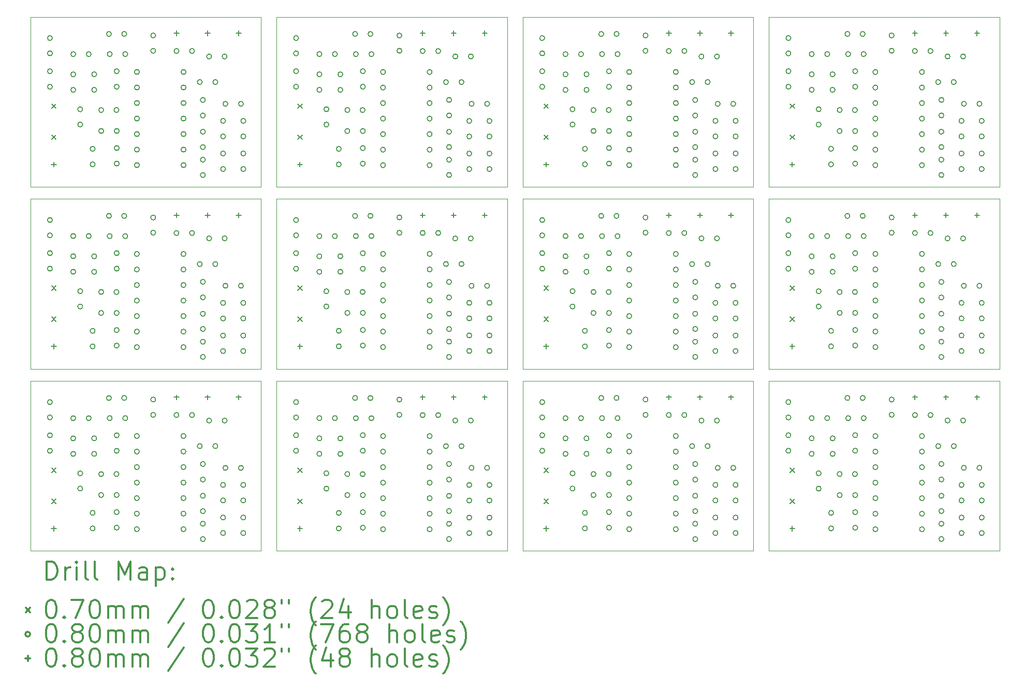
<source format=gbr>
%FSLAX45Y45*%
G04 Gerber Fmt 4.5, Leading zero omitted, Abs format (unit mm)*
G04 Created by KiCad (PCBNEW 4.0.6-e0-6349~53~ubuntu16.04.1) date Sat Mar 11 21:42:17 2017*
%MOMM*%
%LPD*%
G01*
G04 APERTURE LIST*
%ADD10C,0.127000*%
%ADD11C,0.100000*%
%ADD12C,0.200000*%
%ADD13C,0.300000*%
G04 APERTURE END LIST*
D10*
D11*
X17119092Y-7326630D02*
X17119092Y-10107930D01*
X17119092Y-7326630D02*
X13347192Y-7326630D01*
X13347192Y-7326630D02*
X13347192Y-10107930D01*
X13347192Y-10107930D02*
X17119092Y-10107930D01*
X9321546Y-10107930D02*
X13093446Y-10107930D01*
X9321546Y-7326630D02*
X9321546Y-10107930D01*
X13093446Y-7326630D02*
X9321546Y-7326630D01*
X13093446Y-7326630D02*
X13093446Y-10107930D01*
X9067800Y-7326630D02*
X9067800Y-10107930D01*
X9067800Y-7326630D02*
X5295900Y-7326630D01*
X5295900Y-7326630D02*
X5295900Y-10107930D01*
X5295900Y-10107930D02*
X9067800Y-10107930D01*
X1270000Y-10107930D02*
X5041900Y-10107930D01*
X1270000Y-7326630D02*
X1270000Y-10107930D01*
X5041900Y-7326630D02*
X1270000Y-7326630D01*
X5041900Y-7326630D02*
X5041900Y-10107930D01*
X5041900Y-4347972D02*
X5041900Y-7129272D01*
X5041900Y-4347972D02*
X1270000Y-4347972D01*
X1270000Y-4347972D02*
X1270000Y-7129272D01*
X1270000Y-7129272D02*
X5041900Y-7129272D01*
X5295900Y-7129272D02*
X9067800Y-7129272D01*
X5295900Y-4347972D02*
X5295900Y-7129272D01*
X9067800Y-4347972D02*
X5295900Y-4347972D01*
X9067800Y-4347972D02*
X9067800Y-7129272D01*
X13093446Y-4347972D02*
X13093446Y-7129272D01*
X13093446Y-4347972D02*
X9321546Y-4347972D01*
X9321546Y-4347972D02*
X9321546Y-7129272D01*
X9321546Y-7129272D02*
X13093446Y-7129272D01*
X13347192Y-7129272D02*
X17119092Y-7129272D01*
X13347192Y-4347972D02*
X13347192Y-7129272D01*
X17119092Y-4347972D02*
X13347192Y-4347972D01*
X17119092Y-4347972D02*
X17119092Y-7129272D01*
X17119092Y-1371600D02*
X17119092Y-4152900D01*
X17119092Y-1371600D02*
X13347192Y-1371600D01*
X13347192Y-1371600D02*
X13347192Y-4152900D01*
X13347192Y-4152900D02*
X17119092Y-4152900D01*
X9321546Y-4152900D02*
X13093446Y-4152900D01*
X9321546Y-1371600D02*
X9321546Y-4152900D01*
X13093446Y-1371600D02*
X9321546Y-1371600D01*
X13093446Y-1371600D02*
X13093446Y-4152900D01*
X9067800Y-1371600D02*
X9067800Y-4152900D01*
X9067800Y-1371600D02*
X5295900Y-1371600D01*
X5295900Y-1371600D02*
X5295900Y-4152900D01*
X5295900Y-4152900D02*
X9067800Y-4152900D01*
X1270000Y-4152900D02*
X5041900Y-4152900D01*
X1270000Y-1371600D02*
X1270000Y-4152900D01*
X5041900Y-1371600D02*
X1270000Y-1371600D01*
X5041900Y-1371600D02*
X5041900Y-4152900D01*
D12*
X1616000Y-2797100D02*
X1686000Y-2867100D01*
X1686000Y-2797100D02*
X1616000Y-2867100D01*
X1616000Y-3305100D02*
X1686000Y-3375100D01*
X1686000Y-3305100D02*
X1616000Y-3375100D01*
X1616000Y-5773472D02*
X1686000Y-5843472D01*
X1686000Y-5773472D02*
X1616000Y-5843472D01*
X1616000Y-6281472D02*
X1686000Y-6351472D01*
X1686000Y-6281472D02*
X1616000Y-6351472D01*
X1616000Y-8752130D02*
X1686000Y-8822130D01*
X1686000Y-8752130D02*
X1616000Y-8822130D01*
X1616000Y-9260130D02*
X1686000Y-9330130D01*
X1686000Y-9260130D02*
X1616000Y-9330130D01*
X5641900Y-2797100D02*
X5711900Y-2867100D01*
X5711900Y-2797100D02*
X5641900Y-2867100D01*
X5641900Y-3305100D02*
X5711900Y-3375100D01*
X5711900Y-3305100D02*
X5641900Y-3375100D01*
X5641900Y-5773472D02*
X5711900Y-5843472D01*
X5711900Y-5773472D02*
X5641900Y-5843472D01*
X5641900Y-6281472D02*
X5711900Y-6351472D01*
X5711900Y-6281472D02*
X5641900Y-6351472D01*
X5641900Y-8752130D02*
X5711900Y-8822130D01*
X5711900Y-8752130D02*
X5641900Y-8822130D01*
X5641900Y-9260130D02*
X5711900Y-9330130D01*
X5711900Y-9260130D02*
X5641900Y-9330130D01*
X9667546Y-2797100D02*
X9737546Y-2867100D01*
X9737546Y-2797100D02*
X9667546Y-2867100D01*
X9667546Y-3305100D02*
X9737546Y-3375100D01*
X9737546Y-3305100D02*
X9667546Y-3375100D01*
X9667546Y-5773472D02*
X9737546Y-5843472D01*
X9737546Y-5773472D02*
X9667546Y-5843472D01*
X9667546Y-6281472D02*
X9737546Y-6351472D01*
X9737546Y-6281472D02*
X9667546Y-6351472D01*
X9667546Y-8752130D02*
X9737546Y-8822130D01*
X9737546Y-8752130D02*
X9667546Y-8822130D01*
X9667546Y-9260130D02*
X9737546Y-9330130D01*
X9737546Y-9260130D02*
X9667546Y-9330130D01*
X13693192Y-2797100D02*
X13763192Y-2867100D01*
X13763192Y-2797100D02*
X13693192Y-2867100D01*
X13693192Y-3305100D02*
X13763192Y-3375100D01*
X13763192Y-3305100D02*
X13693192Y-3375100D01*
X13693192Y-5773472D02*
X13763192Y-5843472D01*
X13763192Y-5773472D02*
X13693192Y-5843472D01*
X13693192Y-6281472D02*
X13763192Y-6351472D01*
X13763192Y-6281472D02*
X13693192Y-6351472D01*
X13693192Y-8752130D02*
X13763192Y-8822130D01*
X13763192Y-8752130D02*
X13693192Y-8822130D01*
X13693192Y-9260130D02*
X13763192Y-9330130D01*
X13763192Y-9260130D02*
X13693192Y-9330130D01*
X1627500Y-1718500D02*
G75*
G03X1627500Y-1718500I-40000J0D01*
G01*
X1627500Y-1968500D02*
G75*
G03X1627500Y-1968500I-40000J0D01*
G01*
X1627500Y-2260600D02*
G75*
G03X1627500Y-2260600I-40000J0D01*
G01*
X1627500Y-2514600D02*
G75*
G03X1627500Y-2514600I-40000J0D01*
G01*
X1627500Y-4694872D02*
G75*
G03X1627500Y-4694872I-40000J0D01*
G01*
X1627500Y-4944872D02*
G75*
G03X1627500Y-4944872I-40000J0D01*
G01*
X1627500Y-5236972D02*
G75*
G03X1627500Y-5236972I-40000J0D01*
G01*
X1627500Y-5490972D02*
G75*
G03X1627500Y-5490972I-40000J0D01*
G01*
X1627500Y-7673530D02*
G75*
G03X1627500Y-7673530I-40000J0D01*
G01*
X1627500Y-7923530D02*
G75*
G03X1627500Y-7923530I-40000J0D01*
G01*
X1627500Y-8215630D02*
G75*
G03X1627500Y-8215630I-40000J0D01*
G01*
X1627500Y-8469630D02*
G75*
G03X1627500Y-8469630I-40000J0D01*
G01*
X2008500Y-1981200D02*
G75*
G03X2008500Y-1981200I-40000J0D01*
G01*
X2008500Y-2311400D02*
G75*
G03X2008500Y-2311400I-40000J0D01*
G01*
X2008500Y-2565400D02*
G75*
G03X2008500Y-2565400I-40000J0D01*
G01*
X2008500Y-4957572D02*
G75*
G03X2008500Y-4957572I-40000J0D01*
G01*
X2008500Y-5287772D02*
G75*
G03X2008500Y-5287772I-40000J0D01*
G01*
X2008500Y-5541772D02*
G75*
G03X2008500Y-5541772I-40000J0D01*
G01*
X2008500Y-7936230D02*
G75*
G03X2008500Y-7936230I-40000J0D01*
G01*
X2008500Y-8266430D02*
G75*
G03X2008500Y-8266430I-40000J0D01*
G01*
X2008500Y-8520430D02*
G75*
G03X2008500Y-8520430I-40000J0D01*
G01*
X2122800Y-2882900D02*
G75*
G03X2122800Y-2882900I-40000J0D01*
G01*
X2122800Y-3132900D02*
G75*
G03X2122800Y-3132900I-40000J0D01*
G01*
X2122800Y-5859272D02*
G75*
G03X2122800Y-5859272I-40000J0D01*
G01*
X2122800Y-6109272D02*
G75*
G03X2122800Y-6109272I-40000J0D01*
G01*
X2122800Y-8837930D02*
G75*
G03X2122800Y-8837930I-40000J0D01*
G01*
X2122800Y-9087930D02*
G75*
G03X2122800Y-9087930I-40000J0D01*
G01*
X2262500Y-1981200D02*
G75*
G03X2262500Y-1981200I-40000J0D01*
G01*
X2262500Y-4957572D02*
G75*
G03X2262500Y-4957572I-40000J0D01*
G01*
X2262500Y-7936230D02*
G75*
G03X2262500Y-7936230I-40000J0D01*
G01*
X2326000Y-3530600D02*
G75*
G03X2326000Y-3530600I-40000J0D01*
G01*
X2326000Y-3784600D02*
G75*
G03X2326000Y-3784600I-40000J0D01*
G01*
X2326000Y-6506972D02*
G75*
G03X2326000Y-6506972I-40000J0D01*
G01*
X2326000Y-6760972D02*
G75*
G03X2326000Y-6760972I-40000J0D01*
G01*
X2326000Y-9485630D02*
G75*
G03X2326000Y-9485630I-40000J0D01*
G01*
X2326000Y-9739630D02*
G75*
G03X2326000Y-9739630I-40000J0D01*
G01*
X2351400Y-2311400D02*
G75*
G03X2351400Y-2311400I-40000J0D01*
G01*
X2351400Y-2565400D02*
G75*
G03X2351400Y-2565400I-40000J0D01*
G01*
X2351400Y-5287772D02*
G75*
G03X2351400Y-5287772I-40000J0D01*
G01*
X2351400Y-5541772D02*
G75*
G03X2351400Y-5541772I-40000J0D01*
G01*
X2351400Y-8266430D02*
G75*
G03X2351400Y-8266430I-40000J0D01*
G01*
X2351400Y-8520430D02*
G75*
G03X2351400Y-8520430I-40000J0D01*
G01*
X2465700Y-2895600D02*
G75*
G03X2465700Y-2895600I-40000J0D01*
G01*
X2465700Y-3238500D02*
G75*
G03X2465700Y-3238500I-40000J0D01*
G01*
X2465700Y-5871972D02*
G75*
G03X2465700Y-5871972I-40000J0D01*
G01*
X2465700Y-6214872D02*
G75*
G03X2465700Y-6214872I-40000J0D01*
G01*
X2465700Y-8850630D02*
G75*
G03X2465700Y-8850630I-40000J0D01*
G01*
X2465700Y-9193530D02*
G75*
G03X2465700Y-9193530I-40000J0D01*
G01*
X2592700Y-1651000D02*
G75*
G03X2592700Y-1651000I-40000J0D01*
G01*
X2592700Y-4627372D02*
G75*
G03X2592700Y-4627372I-40000J0D01*
G01*
X2592700Y-7606030D02*
G75*
G03X2592700Y-7606030I-40000J0D01*
G01*
X2605400Y-1981200D02*
G75*
G03X2605400Y-1981200I-40000J0D01*
G01*
X2605400Y-4957572D02*
G75*
G03X2605400Y-4957572I-40000J0D01*
G01*
X2605400Y-7936230D02*
G75*
G03X2605400Y-7936230I-40000J0D01*
G01*
X2715700Y-2895600D02*
G75*
G03X2715700Y-2895600I-40000J0D01*
G01*
X2715700Y-5871972D02*
G75*
G03X2715700Y-5871972I-40000J0D01*
G01*
X2715700Y-8850630D02*
G75*
G03X2715700Y-8850630I-40000J0D01*
G01*
X2719700Y-2260600D02*
G75*
G03X2719700Y-2260600I-40000J0D01*
G01*
X2719700Y-2514600D02*
G75*
G03X2719700Y-2514600I-40000J0D01*
G01*
X2719700Y-3238500D02*
G75*
G03X2719700Y-3238500I-40000J0D01*
G01*
X2719700Y-3517900D02*
G75*
G03X2719700Y-3517900I-40000J0D01*
G01*
X2719700Y-3771900D02*
G75*
G03X2719700Y-3771900I-40000J0D01*
G01*
X2719700Y-5236972D02*
G75*
G03X2719700Y-5236972I-40000J0D01*
G01*
X2719700Y-5490972D02*
G75*
G03X2719700Y-5490972I-40000J0D01*
G01*
X2719700Y-6214872D02*
G75*
G03X2719700Y-6214872I-40000J0D01*
G01*
X2719700Y-6494272D02*
G75*
G03X2719700Y-6494272I-40000J0D01*
G01*
X2719700Y-6748272D02*
G75*
G03X2719700Y-6748272I-40000J0D01*
G01*
X2719700Y-8215630D02*
G75*
G03X2719700Y-8215630I-40000J0D01*
G01*
X2719700Y-8469630D02*
G75*
G03X2719700Y-8469630I-40000J0D01*
G01*
X2719700Y-9193530D02*
G75*
G03X2719700Y-9193530I-40000J0D01*
G01*
X2719700Y-9472930D02*
G75*
G03X2719700Y-9472930I-40000J0D01*
G01*
X2719700Y-9726930D02*
G75*
G03X2719700Y-9726930I-40000J0D01*
G01*
X2842700Y-1651000D02*
G75*
G03X2842700Y-1651000I-40000J0D01*
G01*
X2842700Y-4627372D02*
G75*
G03X2842700Y-4627372I-40000J0D01*
G01*
X2842700Y-7606030D02*
G75*
G03X2842700Y-7606030I-40000J0D01*
G01*
X2859400Y-1981200D02*
G75*
G03X2859400Y-1981200I-40000J0D01*
G01*
X2859400Y-4957572D02*
G75*
G03X2859400Y-4957572I-40000J0D01*
G01*
X2859400Y-7936230D02*
G75*
G03X2859400Y-7936230I-40000J0D01*
G01*
X3049900Y-2273300D02*
G75*
G03X3049900Y-2273300I-40000J0D01*
G01*
X3049900Y-2527300D02*
G75*
G03X3049900Y-2527300I-40000J0D01*
G01*
X3049900Y-2781300D02*
G75*
G03X3049900Y-2781300I-40000J0D01*
G01*
X3049900Y-3035300D02*
G75*
G03X3049900Y-3035300I-40000J0D01*
G01*
X3049900Y-3289300D02*
G75*
G03X3049900Y-3289300I-40000J0D01*
G01*
X3049900Y-3543300D02*
G75*
G03X3049900Y-3543300I-40000J0D01*
G01*
X3049900Y-3797300D02*
G75*
G03X3049900Y-3797300I-40000J0D01*
G01*
X3049900Y-5249672D02*
G75*
G03X3049900Y-5249672I-40000J0D01*
G01*
X3049900Y-5503672D02*
G75*
G03X3049900Y-5503672I-40000J0D01*
G01*
X3049900Y-5757672D02*
G75*
G03X3049900Y-5757672I-40000J0D01*
G01*
X3049900Y-6011672D02*
G75*
G03X3049900Y-6011672I-40000J0D01*
G01*
X3049900Y-6265672D02*
G75*
G03X3049900Y-6265672I-40000J0D01*
G01*
X3049900Y-6519672D02*
G75*
G03X3049900Y-6519672I-40000J0D01*
G01*
X3049900Y-6773672D02*
G75*
G03X3049900Y-6773672I-40000J0D01*
G01*
X3049900Y-8228330D02*
G75*
G03X3049900Y-8228330I-40000J0D01*
G01*
X3049900Y-8482330D02*
G75*
G03X3049900Y-8482330I-40000J0D01*
G01*
X3049900Y-8736330D02*
G75*
G03X3049900Y-8736330I-40000J0D01*
G01*
X3049900Y-8990330D02*
G75*
G03X3049900Y-8990330I-40000J0D01*
G01*
X3049900Y-9244330D02*
G75*
G03X3049900Y-9244330I-40000J0D01*
G01*
X3049900Y-9498330D02*
G75*
G03X3049900Y-9498330I-40000J0D01*
G01*
X3049900Y-9752330D02*
G75*
G03X3049900Y-9752330I-40000J0D01*
G01*
X3316600Y-1676400D02*
G75*
G03X3316600Y-1676400I-40000J0D01*
G01*
X3316600Y-1926400D02*
G75*
G03X3316600Y-1926400I-40000J0D01*
G01*
X3316600Y-4652772D02*
G75*
G03X3316600Y-4652772I-40000J0D01*
G01*
X3316600Y-4902772D02*
G75*
G03X3316600Y-4902772I-40000J0D01*
G01*
X3316600Y-7631430D02*
G75*
G03X3316600Y-7631430I-40000J0D01*
G01*
X3316600Y-7881430D02*
G75*
G03X3316600Y-7881430I-40000J0D01*
G01*
X3697600Y-1930400D02*
G75*
G03X3697600Y-1930400I-40000J0D01*
G01*
X3697600Y-4906772D02*
G75*
G03X3697600Y-4906772I-40000J0D01*
G01*
X3697600Y-7885430D02*
G75*
G03X3697600Y-7885430I-40000J0D01*
G01*
X3811900Y-2273300D02*
G75*
G03X3811900Y-2273300I-40000J0D01*
G01*
X3811900Y-2527300D02*
G75*
G03X3811900Y-2527300I-40000J0D01*
G01*
X3811900Y-2781300D02*
G75*
G03X3811900Y-2781300I-40000J0D01*
G01*
X3811900Y-3035300D02*
G75*
G03X3811900Y-3035300I-40000J0D01*
G01*
X3811900Y-3289300D02*
G75*
G03X3811900Y-3289300I-40000J0D01*
G01*
X3811900Y-3543300D02*
G75*
G03X3811900Y-3543300I-40000J0D01*
G01*
X3811900Y-3797300D02*
G75*
G03X3811900Y-3797300I-40000J0D01*
G01*
X3811900Y-5249672D02*
G75*
G03X3811900Y-5249672I-40000J0D01*
G01*
X3811900Y-5503672D02*
G75*
G03X3811900Y-5503672I-40000J0D01*
G01*
X3811900Y-5757672D02*
G75*
G03X3811900Y-5757672I-40000J0D01*
G01*
X3811900Y-6011672D02*
G75*
G03X3811900Y-6011672I-40000J0D01*
G01*
X3811900Y-6265672D02*
G75*
G03X3811900Y-6265672I-40000J0D01*
G01*
X3811900Y-6519672D02*
G75*
G03X3811900Y-6519672I-40000J0D01*
G01*
X3811900Y-6773672D02*
G75*
G03X3811900Y-6773672I-40000J0D01*
G01*
X3811900Y-8228330D02*
G75*
G03X3811900Y-8228330I-40000J0D01*
G01*
X3811900Y-8482330D02*
G75*
G03X3811900Y-8482330I-40000J0D01*
G01*
X3811900Y-8736330D02*
G75*
G03X3811900Y-8736330I-40000J0D01*
G01*
X3811900Y-8990330D02*
G75*
G03X3811900Y-8990330I-40000J0D01*
G01*
X3811900Y-9244330D02*
G75*
G03X3811900Y-9244330I-40000J0D01*
G01*
X3811900Y-9498330D02*
G75*
G03X3811900Y-9498330I-40000J0D01*
G01*
X3811900Y-9752330D02*
G75*
G03X3811900Y-9752330I-40000J0D01*
G01*
X3951600Y-1930400D02*
G75*
G03X3951600Y-1930400I-40000J0D01*
G01*
X3951600Y-4906772D02*
G75*
G03X3951600Y-4906772I-40000J0D01*
G01*
X3951600Y-7885430D02*
G75*
G03X3951600Y-7885430I-40000J0D01*
G01*
X4078600Y-2438400D02*
G75*
G03X4078600Y-2438400I-40000J0D01*
G01*
X4078600Y-5414772D02*
G75*
G03X4078600Y-5414772I-40000J0D01*
G01*
X4078600Y-8393430D02*
G75*
G03X4078600Y-8393430I-40000J0D01*
G01*
X4129400Y-2730500D02*
G75*
G03X4129400Y-2730500I-40000J0D01*
G01*
X4129400Y-2984500D02*
G75*
G03X4129400Y-2984500I-40000J0D01*
G01*
X4129400Y-3251200D02*
G75*
G03X4129400Y-3251200I-40000J0D01*
G01*
X4129400Y-3501200D02*
G75*
G03X4129400Y-3501200I-40000J0D01*
G01*
X4129400Y-3708400D02*
G75*
G03X4129400Y-3708400I-40000J0D01*
G01*
X4129400Y-3958400D02*
G75*
G03X4129400Y-3958400I-40000J0D01*
G01*
X4129400Y-5706872D02*
G75*
G03X4129400Y-5706872I-40000J0D01*
G01*
X4129400Y-5960872D02*
G75*
G03X4129400Y-5960872I-40000J0D01*
G01*
X4129400Y-6227572D02*
G75*
G03X4129400Y-6227572I-40000J0D01*
G01*
X4129400Y-6477572D02*
G75*
G03X4129400Y-6477572I-40000J0D01*
G01*
X4129400Y-6684772D02*
G75*
G03X4129400Y-6684772I-40000J0D01*
G01*
X4129400Y-6934772D02*
G75*
G03X4129400Y-6934772I-40000J0D01*
G01*
X4129400Y-8685530D02*
G75*
G03X4129400Y-8685530I-40000J0D01*
G01*
X4129400Y-8939530D02*
G75*
G03X4129400Y-8939530I-40000J0D01*
G01*
X4129400Y-9206230D02*
G75*
G03X4129400Y-9206230I-40000J0D01*
G01*
X4129400Y-9456230D02*
G75*
G03X4129400Y-9456230I-40000J0D01*
G01*
X4129400Y-9663430D02*
G75*
G03X4129400Y-9663430I-40000J0D01*
G01*
X4129400Y-9913430D02*
G75*
G03X4129400Y-9913430I-40000J0D01*
G01*
X4231000Y-2019300D02*
G75*
G03X4231000Y-2019300I-40000J0D01*
G01*
X4231000Y-4995672D02*
G75*
G03X4231000Y-4995672I-40000J0D01*
G01*
X4231000Y-7974330D02*
G75*
G03X4231000Y-7974330I-40000J0D01*
G01*
X4332600Y-2438400D02*
G75*
G03X4332600Y-2438400I-40000J0D01*
G01*
X4332600Y-5414772D02*
G75*
G03X4332600Y-5414772I-40000J0D01*
G01*
X4332600Y-8393430D02*
G75*
G03X4332600Y-8393430I-40000J0D01*
G01*
X4459600Y-3073400D02*
G75*
G03X4459600Y-3073400I-40000J0D01*
G01*
X4459600Y-3327400D02*
G75*
G03X4459600Y-3327400I-40000J0D01*
G01*
X4459600Y-3606800D02*
G75*
G03X4459600Y-3606800I-40000J0D01*
G01*
X4459600Y-3860800D02*
G75*
G03X4459600Y-3860800I-40000J0D01*
G01*
X4459600Y-6049772D02*
G75*
G03X4459600Y-6049772I-40000J0D01*
G01*
X4459600Y-6303772D02*
G75*
G03X4459600Y-6303772I-40000J0D01*
G01*
X4459600Y-6583172D02*
G75*
G03X4459600Y-6583172I-40000J0D01*
G01*
X4459600Y-6837172D02*
G75*
G03X4459600Y-6837172I-40000J0D01*
G01*
X4459600Y-9028430D02*
G75*
G03X4459600Y-9028430I-40000J0D01*
G01*
X4459600Y-9282430D02*
G75*
G03X4459600Y-9282430I-40000J0D01*
G01*
X4459600Y-9561830D02*
G75*
G03X4459600Y-9561830I-40000J0D01*
G01*
X4459600Y-9815830D02*
G75*
G03X4459600Y-9815830I-40000J0D01*
G01*
X4485000Y-2019300D02*
G75*
G03X4485000Y-2019300I-40000J0D01*
G01*
X4485000Y-4995672D02*
G75*
G03X4485000Y-4995672I-40000J0D01*
G01*
X4485000Y-7974330D02*
G75*
G03X4485000Y-7974330I-40000J0D01*
G01*
X4497700Y-2794000D02*
G75*
G03X4497700Y-2794000I-40000J0D01*
G01*
X4497700Y-5770372D02*
G75*
G03X4497700Y-5770372I-40000J0D01*
G01*
X4497700Y-8749030D02*
G75*
G03X4497700Y-8749030I-40000J0D01*
G01*
X4751700Y-2794000D02*
G75*
G03X4751700Y-2794000I-40000J0D01*
G01*
X4751700Y-5770372D02*
G75*
G03X4751700Y-5770372I-40000J0D01*
G01*
X4751700Y-8749030D02*
G75*
G03X4751700Y-8749030I-40000J0D01*
G01*
X4789800Y-3073400D02*
G75*
G03X4789800Y-3073400I-40000J0D01*
G01*
X4789800Y-3327400D02*
G75*
G03X4789800Y-3327400I-40000J0D01*
G01*
X4789800Y-3606800D02*
G75*
G03X4789800Y-3606800I-40000J0D01*
G01*
X4789800Y-3860800D02*
G75*
G03X4789800Y-3860800I-40000J0D01*
G01*
X4789800Y-6049772D02*
G75*
G03X4789800Y-6049772I-40000J0D01*
G01*
X4789800Y-6303772D02*
G75*
G03X4789800Y-6303772I-40000J0D01*
G01*
X4789800Y-6583172D02*
G75*
G03X4789800Y-6583172I-40000J0D01*
G01*
X4789800Y-6837172D02*
G75*
G03X4789800Y-6837172I-40000J0D01*
G01*
X4789800Y-9028430D02*
G75*
G03X4789800Y-9028430I-40000J0D01*
G01*
X4789800Y-9282430D02*
G75*
G03X4789800Y-9282430I-40000J0D01*
G01*
X4789800Y-9561830D02*
G75*
G03X4789800Y-9561830I-40000J0D01*
G01*
X4789800Y-9815830D02*
G75*
G03X4789800Y-9815830I-40000J0D01*
G01*
X5653400Y-1718500D02*
G75*
G03X5653400Y-1718500I-40000J0D01*
G01*
X5653400Y-1968500D02*
G75*
G03X5653400Y-1968500I-40000J0D01*
G01*
X5653400Y-2260600D02*
G75*
G03X5653400Y-2260600I-40000J0D01*
G01*
X5653400Y-2514600D02*
G75*
G03X5653400Y-2514600I-40000J0D01*
G01*
X5653400Y-4694872D02*
G75*
G03X5653400Y-4694872I-40000J0D01*
G01*
X5653400Y-4944872D02*
G75*
G03X5653400Y-4944872I-40000J0D01*
G01*
X5653400Y-5236972D02*
G75*
G03X5653400Y-5236972I-40000J0D01*
G01*
X5653400Y-5490972D02*
G75*
G03X5653400Y-5490972I-40000J0D01*
G01*
X5653400Y-7673530D02*
G75*
G03X5653400Y-7673530I-40000J0D01*
G01*
X5653400Y-7923530D02*
G75*
G03X5653400Y-7923530I-40000J0D01*
G01*
X5653400Y-8215630D02*
G75*
G03X5653400Y-8215630I-40000J0D01*
G01*
X5653400Y-8469630D02*
G75*
G03X5653400Y-8469630I-40000J0D01*
G01*
X6034400Y-1981200D02*
G75*
G03X6034400Y-1981200I-40000J0D01*
G01*
X6034400Y-2311400D02*
G75*
G03X6034400Y-2311400I-40000J0D01*
G01*
X6034400Y-2565400D02*
G75*
G03X6034400Y-2565400I-40000J0D01*
G01*
X6034400Y-4957572D02*
G75*
G03X6034400Y-4957572I-40000J0D01*
G01*
X6034400Y-5287772D02*
G75*
G03X6034400Y-5287772I-40000J0D01*
G01*
X6034400Y-5541772D02*
G75*
G03X6034400Y-5541772I-40000J0D01*
G01*
X6034400Y-7936230D02*
G75*
G03X6034400Y-7936230I-40000J0D01*
G01*
X6034400Y-8266430D02*
G75*
G03X6034400Y-8266430I-40000J0D01*
G01*
X6034400Y-8520430D02*
G75*
G03X6034400Y-8520430I-40000J0D01*
G01*
X6148700Y-2882900D02*
G75*
G03X6148700Y-2882900I-40000J0D01*
G01*
X6148700Y-3132900D02*
G75*
G03X6148700Y-3132900I-40000J0D01*
G01*
X6148700Y-5859272D02*
G75*
G03X6148700Y-5859272I-40000J0D01*
G01*
X6148700Y-6109272D02*
G75*
G03X6148700Y-6109272I-40000J0D01*
G01*
X6148700Y-8837930D02*
G75*
G03X6148700Y-8837930I-40000J0D01*
G01*
X6148700Y-9087930D02*
G75*
G03X6148700Y-9087930I-40000J0D01*
G01*
X6288400Y-1981200D02*
G75*
G03X6288400Y-1981200I-40000J0D01*
G01*
X6288400Y-4957572D02*
G75*
G03X6288400Y-4957572I-40000J0D01*
G01*
X6288400Y-7936230D02*
G75*
G03X6288400Y-7936230I-40000J0D01*
G01*
X6351900Y-3530600D02*
G75*
G03X6351900Y-3530600I-40000J0D01*
G01*
X6351900Y-3784600D02*
G75*
G03X6351900Y-3784600I-40000J0D01*
G01*
X6351900Y-6506972D02*
G75*
G03X6351900Y-6506972I-40000J0D01*
G01*
X6351900Y-6760972D02*
G75*
G03X6351900Y-6760972I-40000J0D01*
G01*
X6351900Y-9485630D02*
G75*
G03X6351900Y-9485630I-40000J0D01*
G01*
X6351900Y-9739630D02*
G75*
G03X6351900Y-9739630I-40000J0D01*
G01*
X6377300Y-2311400D02*
G75*
G03X6377300Y-2311400I-40000J0D01*
G01*
X6377300Y-2565400D02*
G75*
G03X6377300Y-2565400I-40000J0D01*
G01*
X6377300Y-5287772D02*
G75*
G03X6377300Y-5287772I-40000J0D01*
G01*
X6377300Y-5541772D02*
G75*
G03X6377300Y-5541772I-40000J0D01*
G01*
X6377300Y-8266430D02*
G75*
G03X6377300Y-8266430I-40000J0D01*
G01*
X6377300Y-8520430D02*
G75*
G03X6377300Y-8520430I-40000J0D01*
G01*
X6491600Y-2895600D02*
G75*
G03X6491600Y-2895600I-40000J0D01*
G01*
X6491600Y-3238500D02*
G75*
G03X6491600Y-3238500I-40000J0D01*
G01*
X6491600Y-5871972D02*
G75*
G03X6491600Y-5871972I-40000J0D01*
G01*
X6491600Y-6214872D02*
G75*
G03X6491600Y-6214872I-40000J0D01*
G01*
X6491600Y-8850630D02*
G75*
G03X6491600Y-8850630I-40000J0D01*
G01*
X6491600Y-9193530D02*
G75*
G03X6491600Y-9193530I-40000J0D01*
G01*
X6618600Y-1651000D02*
G75*
G03X6618600Y-1651000I-40000J0D01*
G01*
X6618600Y-4627372D02*
G75*
G03X6618600Y-4627372I-40000J0D01*
G01*
X6618600Y-7606030D02*
G75*
G03X6618600Y-7606030I-40000J0D01*
G01*
X6631300Y-1981200D02*
G75*
G03X6631300Y-1981200I-40000J0D01*
G01*
X6631300Y-4957572D02*
G75*
G03X6631300Y-4957572I-40000J0D01*
G01*
X6631300Y-7936230D02*
G75*
G03X6631300Y-7936230I-40000J0D01*
G01*
X6741600Y-2895600D02*
G75*
G03X6741600Y-2895600I-40000J0D01*
G01*
X6741600Y-5871972D02*
G75*
G03X6741600Y-5871972I-40000J0D01*
G01*
X6741600Y-8850630D02*
G75*
G03X6741600Y-8850630I-40000J0D01*
G01*
X6745600Y-2260600D02*
G75*
G03X6745600Y-2260600I-40000J0D01*
G01*
X6745600Y-2514600D02*
G75*
G03X6745600Y-2514600I-40000J0D01*
G01*
X6745600Y-3238500D02*
G75*
G03X6745600Y-3238500I-40000J0D01*
G01*
X6745600Y-3517900D02*
G75*
G03X6745600Y-3517900I-40000J0D01*
G01*
X6745600Y-3771900D02*
G75*
G03X6745600Y-3771900I-40000J0D01*
G01*
X6745600Y-5236972D02*
G75*
G03X6745600Y-5236972I-40000J0D01*
G01*
X6745600Y-5490972D02*
G75*
G03X6745600Y-5490972I-40000J0D01*
G01*
X6745600Y-6214872D02*
G75*
G03X6745600Y-6214872I-40000J0D01*
G01*
X6745600Y-6494272D02*
G75*
G03X6745600Y-6494272I-40000J0D01*
G01*
X6745600Y-6748272D02*
G75*
G03X6745600Y-6748272I-40000J0D01*
G01*
X6745600Y-8215630D02*
G75*
G03X6745600Y-8215630I-40000J0D01*
G01*
X6745600Y-8469630D02*
G75*
G03X6745600Y-8469630I-40000J0D01*
G01*
X6745600Y-9193530D02*
G75*
G03X6745600Y-9193530I-40000J0D01*
G01*
X6745600Y-9472930D02*
G75*
G03X6745600Y-9472930I-40000J0D01*
G01*
X6745600Y-9726930D02*
G75*
G03X6745600Y-9726930I-40000J0D01*
G01*
X6868600Y-1651000D02*
G75*
G03X6868600Y-1651000I-40000J0D01*
G01*
X6868600Y-4627372D02*
G75*
G03X6868600Y-4627372I-40000J0D01*
G01*
X6868600Y-7606030D02*
G75*
G03X6868600Y-7606030I-40000J0D01*
G01*
X6885300Y-1981200D02*
G75*
G03X6885300Y-1981200I-40000J0D01*
G01*
X6885300Y-4957572D02*
G75*
G03X6885300Y-4957572I-40000J0D01*
G01*
X6885300Y-7936230D02*
G75*
G03X6885300Y-7936230I-40000J0D01*
G01*
X7075800Y-2273300D02*
G75*
G03X7075800Y-2273300I-40000J0D01*
G01*
X7075800Y-2527300D02*
G75*
G03X7075800Y-2527300I-40000J0D01*
G01*
X7075800Y-2781300D02*
G75*
G03X7075800Y-2781300I-40000J0D01*
G01*
X7075800Y-3035300D02*
G75*
G03X7075800Y-3035300I-40000J0D01*
G01*
X7075800Y-3289300D02*
G75*
G03X7075800Y-3289300I-40000J0D01*
G01*
X7075800Y-3543300D02*
G75*
G03X7075800Y-3543300I-40000J0D01*
G01*
X7075800Y-3797300D02*
G75*
G03X7075800Y-3797300I-40000J0D01*
G01*
X7075800Y-5249672D02*
G75*
G03X7075800Y-5249672I-40000J0D01*
G01*
X7075800Y-5503672D02*
G75*
G03X7075800Y-5503672I-40000J0D01*
G01*
X7075800Y-5757672D02*
G75*
G03X7075800Y-5757672I-40000J0D01*
G01*
X7075800Y-6011672D02*
G75*
G03X7075800Y-6011672I-40000J0D01*
G01*
X7075800Y-6265672D02*
G75*
G03X7075800Y-6265672I-40000J0D01*
G01*
X7075800Y-6519672D02*
G75*
G03X7075800Y-6519672I-40000J0D01*
G01*
X7075800Y-6773672D02*
G75*
G03X7075800Y-6773672I-40000J0D01*
G01*
X7075800Y-8228330D02*
G75*
G03X7075800Y-8228330I-40000J0D01*
G01*
X7075800Y-8482330D02*
G75*
G03X7075800Y-8482330I-40000J0D01*
G01*
X7075800Y-8736330D02*
G75*
G03X7075800Y-8736330I-40000J0D01*
G01*
X7075800Y-8990330D02*
G75*
G03X7075800Y-8990330I-40000J0D01*
G01*
X7075800Y-9244330D02*
G75*
G03X7075800Y-9244330I-40000J0D01*
G01*
X7075800Y-9498330D02*
G75*
G03X7075800Y-9498330I-40000J0D01*
G01*
X7075800Y-9752330D02*
G75*
G03X7075800Y-9752330I-40000J0D01*
G01*
X7342500Y-1676400D02*
G75*
G03X7342500Y-1676400I-40000J0D01*
G01*
X7342500Y-1926400D02*
G75*
G03X7342500Y-1926400I-40000J0D01*
G01*
X7342500Y-4652772D02*
G75*
G03X7342500Y-4652772I-40000J0D01*
G01*
X7342500Y-4902772D02*
G75*
G03X7342500Y-4902772I-40000J0D01*
G01*
X7342500Y-7631430D02*
G75*
G03X7342500Y-7631430I-40000J0D01*
G01*
X7342500Y-7881430D02*
G75*
G03X7342500Y-7881430I-40000J0D01*
G01*
X7723500Y-1930400D02*
G75*
G03X7723500Y-1930400I-40000J0D01*
G01*
X7723500Y-4906772D02*
G75*
G03X7723500Y-4906772I-40000J0D01*
G01*
X7723500Y-7885430D02*
G75*
G03X7723500Y-7885430I-40000J0D01*
G01*
X7837800Y-2273300D02*
G75*
G03X7837800Y-2273300I-40000J0D01*
G01*
X7837800Y-2527300D02*
G75*
G03X7837800Y-2527300I-40000J0D01*
G01*
X7837800Y-2781300D02*
G75*
G03X7837800Y-2781300I-40000J0D01*
G01*
X7837800Y-3035300D02*
G75*
G03X7837800Y-3035300I-40000J0D01*
G01*
X7837800Y-3289300D02*
G75*
G03X7837800Y-3289300I-40000J0D01*
G01*
X7837800Y-3543300D02*
G75*
G03X7837800Y-3543300I-40000J0D01*
G01*
X7837800Y-3797300D02*
G75*
G03X7837800Y-3797300I-40000J0D01*
G01*
X7837800Y-5249672D02*
G75*
G03X7837800Y-5249672I-40000J0D01*
G01*
X7837800Y-5503672D02*
G75*
G03X7837800Y-5503672I-40000J0D01*
G01*
X7837800Y-5757672D02*
G75*
G03X7837800Y-5757672I-40000J0D01*
G01*
X7837800Y-6011672D02*
G75*
G03X7837800Y-6011672I-40000J0D01*
G01*
X7837800Y-6265672D02*
G75*
G03X7837800Y-6265672I-40000J0D01*
G01*
X7837800Y-6519672D02*
G75*
G03X7837800Y-6519672I-40000J0D01*
G01*
X7837800Y-6773672D02*
G75*
G03X7837800Y-6773672I-40000J0D01*
G01*
X7837800Y-8228330D02*
G75*
G03X7837800Y-8228330I-40000J0D01*
G01*
X7837800Y-8482330D02*
G75*
G03X7837800Y-8482330I-40000J0D01*
G01*
X7837800Y-8736330D02*
G75*
G03X7837800Y-8736330I-40000J0D01*
G01*
X7837800Y-8990330D02*
G75*
G03X7837800Y-8990330I-40000J0D01*
G01*
X7837800Y-9244330D02*
G75*
G03X7837800Y-9244330I-40000J0D01*
G01*
X7837800Y-9498330D02*
G75*
G03X7837800Y-9498330I-40000J0D01*
G01*
X7837800Y-9752330D02*
G75*
G03X7837800Y-9752330I-40000J0D01*
G01*
X7977500Y-1930400D02*
G75*
G03X7977500Y-1930400I-40000J0D01*
G01*
X7977500Y-4906772D02*
G75*
G03X7977500Y-4906772I-40000J0D01*
G01*
X7977500Y-7885430D02*
G75*
G03X7977500Y-7885430I-40000J0D01*
G01*
X8104500Y-2438400D02*
G75*
G03X8104500Y-2438400I-40000J0D01*
G01*
X8104500Y-5414772D02*
G75*
G03X8104500Y-5414772I-40000J0D01*
G01*
X8104500Y-8393430D02*
G75*
G03X8104500Y-8393430I-40000J0D01*
G01*
X8155300Y-2730500D02*
G75*
G03X8155300Y-2730500I-40000J0D01*
G01*
X8155300Y-2984500D02*
G75*
G03X8155300Y-2984500I-40000J0D01*
G01*
X8155300Y-3251200D02*
G75*
G03X8155300Y-3251200I-40000J0D01*
G01*
X8155300Y-3501200D02*
G75*
G03X8155300Y-3501200I-40000J0D01*
G01*
X8155300Y-3708400D02*
G75*
G03X8155300Y-3708400I-40000J0D01*
G01*
X8155300Y-3958400D02*
G75*
G03X8155300Y-3958400I-40000J0D01*
G01*
X8155300Y-5706872D02*
G75*
G03X8155300Y-5706872I-40000J0D01*
G01*
X8155300Y-5960872D02*
G75*
G03X8155300Y-5960872I-40000J0D01*
G01*
X8155300Y-6227572D02*
G75*
G03X8155300Y-6227572I-40000J0D01*
G01*
X8155300Y-6477572D02*
G75*
G03X8155300Y-6477572I-40000J0D01*
G01*
X8155300Y-6684772D02*
G75*
G03X8155300Y-6684772I-40000J0D01*
G01*
X8155300Y-6934772D02*
G75*
G03X8155300Y-6934772I-40000J0D01*
G01*
X8155300Y-8685530D02*
G75*
G03X8155300Y-8685530I-40000J0D01*
G01*
X8155300Y-8939530D02*
G75*
G03X8155300Y-8939530I-40000J0D01*
G01*
X8155300Y-9206230D02*
G75*
G03X8155300Y-9206230I-40000J0D01*
G01*
X8155300Y-9456230D02*
G75*
G03X8155300Y-9456230I-40000J0D01*
G01*
X8155300Y-9663430D02*
G75*
G03X8155300Y-9663430I-40000J0D01*
G01*
X8155300Y-9913430D02*
G75*
G03X8155300Y-9913430I-40000J0D01*
G01*
X8256900Y-2019300D02*
G75*
G03X8256900Y-2019300I-40000J0D01*
G01*
X8256900Y-4995672D02*
G75*
G03X8256900Y-4995672I-40000J0D01*
G01*
X8256900Y-7974330D02*
G75*
G03X8256900Y-7974330I-40000J0D01*
G01*
X8358500Y-2438400D02*
G75*
G03X8358500Y-2438400I-40000J0D01*
G01*
X8358500Y-5414772D02*
G75*
G03X8358500Y-5414772I-40000J0D01*
G01*
X8358500Y-8393430D02*
G75*
G03X8358500Y-8393430I-40000J0D01*
G01*
X8485500Y-3073400D02*
G75*
G03X8485500Y-3073400I-40000J0D01*
G01*
X8485500Y-3327400D02*
G75*
G03X8485500Y-3327400I-40000J0D01*
G01*
X8485500Y-3606800D02*
G75*
G03X8485500Y-3606800I-40000J0D01*
G01*
X8485500Y-3860800D02*
G75*
G03X8485500Y-3860800I-40000J0D01*
G01*
X8485500Y-6049772D02*
G75*
G03X8485500Y-6049772I-40000J0D01*
G01*
X8485500Y-6303772D02*
G75*
G03X8485500Y-6303772I-40000J0D01*
G01*
X8485500Y-6583172D02*
G75*
G03X8485500Y-6583172I-40000J0D01*
G01*
X8485500Y-6837172D02*
G75*
G03X8485500Y-6837172I-40000J0D01*
G01*
X8485500Y-9028430D02*
G75*
G03X8485500Y-9028430I-40000J0D01*
G01*
X8485500Y-9282430D02*
G75*
G03X8485500Y-9282430I-40000J0D01*
G01*
X8485500Y-9561830D02*
G75*
G03X8485500Y-9561830I-40000J0D01*
G01*
X8485500Y-9815830D02*
G75*
G03X8485500Y-9815830I-40000J0D01*
G01*
X8510900Y-2019300D02*
G75*
G03X8510900Y-2019300I-40000J0D01*
G01*
X8510900Y-4995672D02*
G75*
G03X8510900Y-4995672I-40000J0D01*
G01*
X8510900Y-7974330D02*
G75*
G03X8510900Y-7974330I-40000J0D01*
G01*
X8523600Y-2794000D02*
G75*
G03X8523600Y-2794000I-40000J0D01*
G01*
X8523600Y-5770372D02*
G75*
G03X8523600Y-5770372I-40000J0D01*
G01*
X8523600Y-8749030D02*
G75*
G03X8523600Y-8749030I-40000J0D01*
G01*
X8777600Y-2794000D02*
G75*
G03X8777600Y-2794000I-40000J0D01*
G01*
X8777600Y-5770372D02*
G75*
G03X8777600Y-5770372I-40000J0D01*
G01*
X8777600Y-8749030D02*
G75*
G03X8777600Y-8749030I-40000J0D01*
G01*
X8815700Y-3073400D02*
G75*
G03X8815700Y-3073400I-40000J0D01*
G01*
X8815700Y-3327400D02*
G75*
G03X8815700Y-3327400I-40000J0D01*
G01*
X8815700Y-3606800D02*
G75*
G03X8815700Y-3606800I-40000J0D01*
G01*
X8815700Y-3860800D02*
G75*
G03X8815700Y-3860800I-40000J0D01*
G01*
X8815700Y-6049772D02*
G75*
G03X8815700Y-6049772I-40000J0D01*
G01*
X8815700Y-6303772D02*
G75*
G03X8815700Y-6303772I-40000J0D01*
G01*
X8815700Y-6583172D02*
G75*
G03X8815700Y-6583172I-40000J0D01*
G01*
X8815700Y-6837172D02*
G75*
G03X8815700Y-6837172I-40000J0D01*
G01*
X8815700Y-9028430D02*
G75*
G03X8815700Y-9028430I-40000J0D01*
G01*
X8815700Y-9282430D02*
G75*
G03X8815700Y-9282430I-40000J0D01*
G01*
X8815700Y-9561830D02*
G75*
G03X8815700Y-9561830I-40000J0D01*
G01*
X8815700Y-9815830D02*
G75*
G03X8815700Y-9815830I-40000J0D01*
G01*
X9679046Y-1718500D02*
G75*
G03X9679046Y-1718500I-40000J0D01*
G01*
X9679046Y-1968500D02*
G75*
G03X9679046Y-1968500I-40000J0D01*
G01*
X9679046Y-2260600D02*
G75*
G03X9679046Y-2260600I-40000J0D01*
G01*
X9679046Y-2514600D02*
G75*
G03X9679046Y-2514600I-40000J0D01*
G01*
X9679046Y-4694872D02*
G75*
G03X9679046Y-4694872I-40000J0D01*
G01*
X9679046Y-4944872D02*
G75*
G03X9679046Y-4944872I-40000J0D01*
G01*
X9679046Y-5236972D02*
G75*
G03X9679046Y-5236972I-40000J0D01*
G01*
X9679046Y-5490972D02*
G75*
G03X9679046Y-5490972I-40000J0D01*
G01*
X9679046Y-7673530D02*
G75*
G03X9679046Y-7673530I-40000J0D01*
G01*
X9679046Y-7923530D02*
G75*
G03X9679046Y-7923530I-40000J0D01*
G01*
X9679046Y-8215630D02*
G75*
G03X9679046Y-8215630I-40000J0D01*
G01*
X9679046Y-8469630D02*
G75*
G03X9679046Y-8469630I-40000J0D01*
G01*
X10060046Y-1981200D02*
G75*
G03X10060046Y-1981200I-40000J0D01*
G01*
X10060046Y-2311400D02*
G75*
G03X10060046Y-2311400I-40000J0D01*
G01*
X10060046Y-2565400D02*
G75*
G03X10060046Y-2565400I-40000J0D01*
G01*
X10060046Y-4957572D02*
G75*
G03X10060046Y-4957572I-40000J0D01*
G01*
X10060046Y-5287772D02*
G75*
G03X10060046Y-5287772I-40000J0D01*
G01*
X10060046Y-5541772D02*
G75*
G03X10060046Y-5541772I-40000J0D01*
G01*
X10060046Y-7936230D02*
G75*
G03X10060046Y-7936230I-40000J0D01*
G01*
X10060046Y-8266430D02*
G75*
G03X10060046Y-8266430I-40000J0D01*
G01*
X10060046Y-8520430D02*
G75*
G03X10060046Y-8520430I-40000J0D01*
G01*
X10174346Y-2882900D02*
G75*
G03X10174346Y-2882900I-40000J0D01*
G01*
X10174346Y-3132900D02*
G75*
G03X10174346Y-3132900I-40000J0D01*
G01*
X10174346Y-5859272D02*
G75*
G03X10174346Y-5859272I-40000J0D01*
G01*
X10174346Y-6109272D02*
G75*
G03X10174346Y-6109272I-40000J0D01*
G01*
X10174346Y-8837930D02*
G75*
G03X10174346Y-8837930I-40000J0D01*
G01*
X10174346Y-9087930D02*
G75*
G03X10174346Y-9087930I-40000J0D01*
G01*
X10314046Y-1981200D02*
G75*
G03X10314046Y-1981200I-40000J0D01*
G01*
X10314046Y-4957572D02*
G75*
G03X10314046Y-4957572I-40000J0D01*
G01*
X10314046Y-7936230D02*
G75*
G03X10314046Y-7936230I-40000J0D01*
G01*
X10377546Y-3530600D02*
G75*
G03X10377546Y-3530600I-40000J0D01*
G01*
X10377546Y-3784600D02*
G75*
G03X10377546Y-3784600I-40000J0D01*
G01*
X10377546Y-6506972D02*
G75*
G03X10377546Y-6506972I-40000J0D01*
G01*
X10377546Y-6760972D02*
G75*
G03X10377546Y-6760972I-40000J0D01*
G01*
X10377546Y-9485630D02*
G75*
G03X10377546Y-9485630I-40000J0D01*
G01*
X10377546Y-9739630D02*
G75*
G03X10377546Y-9739630I-40000J0D01*
G01*
X10402946Y-2311400D02*
G75*
G03X10402946Y-2311400I-40000J0D01*
G01*
X10402946Y-2565400D02*
G75*
G03X10402946Y-2565400I-40000J0D01*
G01*
X10402946Y-5287772D02*
G75*
G03X10402946Y-5287772I-40000J0D01*
G01*
X10402946Y-5541772D02*
G75*
G03X10402946Y-5541772I-40000J0D01*
G01*
X10402946Y-8266430D02*
G75*
G03X10402946Y-8266430I-40000J0D01*
G01*
X10402946Y-8520430D02*
G75*
G03X10402946Y-8520430I-40000J0D01*
G01*
X10517246Y-2895600D02*
G75*
G03X10517246Y-2895600I-40000J0D01*
G01*
X10517246Y-3238500D02*
G75*
G03X10517246Y-3238500I-40000J0D01*
G01*
X10517246Y-5871972D02*
G75*
G03X10517246Y-5871972I-40000J0D01*
G01*
X10517246Y-6214872D02*
G75*
G03X10517246Y-6214872I-40000J0D01*
G01*
X10517246Y-8850630D02*
G75*
G03X10517246Y-8850630I-40000J0D01*
G01*
X10517246Y-9193530D02*
G75*
G03X10517246Y-9193530I-40000J0D01*
G01*
X10644246Y-1651000D02*
G75*
G03X10644246Y-1651000I-40000J0D01*
G01*
X10644246Y-4627372D02*
G75*
G03X10644246Y-4627372I-40000J0D01*
G01*
X10644246Y-7606030D02*
G75*
G03X10644246Y-7606030I-40000J0D01*
G01*
X10656946Y-1981200D02*
G75*
G03X10656946Y-1981200I-40000J0D01*
G01*
X10656946Y-4957572D02*
G75*
G03X10656946Y-4957572I-40000J0D01*
G01*
X10656946Y-7936230D02*
G75*
G03X10656946Y-7936230I-40000J0D01*
G01*
X10767246Y-2895600D02*
G75*
G03X10767246Y-2895600I-40000J0D01*
G01*
X10767246Y-5871972D02*
G75*
G03X10767246Y-5871972I-40000J0D01*
G01*
X10767246Y-8850630D02*
G75*
G03X10767246Y-8850630I-40000J0D01*
G01*
X10771246Y-2260600D02*
G75*
G03X10771246Y-2260600I-40000J0D01*
G01*
X10771246Y-2514600D02*
G75*
G03X10771246Y-2514600I-40000J0D01*
G01*
X10771246Y-3238500D02*
G75*
G03X10771246Y-3238500I-40000J0D01*
G01*
X10771246Y-3517900D02*
G75*
G03X10771246Y-3517900I-40000J0D01*
G01*
X10771246Y-3771900D02*
G75*
G03X10771246Y-3771900I-40000J0D01*
G01*
X10771246Y-5236972D02*
G75*
G03X10771246Y-5236972I-40000J0D01*
G01*
X10771246Y-5490972D02*
G75*
G03X10771246Y-5490972I-40000J0D01*
G01*
X10771246Y-6214872D02*
G75*
G03X10771246Y-6214872I-40000J0D01*
G01*
X10771246Y-6494272D02*
G75*
G03X10771246Y-6494272I-40000J0D01*
G01*
X10771246Y-6748272D02*
G75*
G03X10771246Y-6748272I-40000J0D01*
G01*
X10771246Y-8215630D02*
G75*
G03X10771246Y-8215630I-40000J0D01*
G01*
X10771246Y-8469630D02*
G75*
G03X10771246Y-8469630I-40000J0D01*
G01*
X10771246Y-9193530D02*
G75*
G03X10771246Y-9193530I-40000J0D01*
G01*
X10771246Y-9472930D02*
G75*
G03X10771246Y-9472930I-40000J0D01*
G01*
X10771246Y-9726930D02*
G75*
G03X10771246Y-9726930I-40000J0D01*
G01*
X10894246Y-1651000D02*
G75*
G03X10894246Y-1651000I-40000J0D01*
G01*
X10894246Y-4627372D02*
G75*
G03X10894246Y-4627372I-40000J0D01*
G01*
X10894246Y-7606030D02*
G75*
G03X10894246Y-7606030I-40000J0D01*
G01*
X10910946Y-1981200D02*
G75*
G03X10910946Y-1981200I-40000J0D01*
G01*
X10910946Y-4957572D02*
G75*
G03X10910946Y-4957572I-40000J0D01*
G01*
X10910946Y-7936230D02*
G75*
G03X10910946Y-7936230I-40000J0D01*
G01*
X11101446Y-2273300D02*
G75*
G03X11101446Y-2273300I-40000J0D01*
G01*
X11101446Y-2527300D02*
G75*
G03X11101446Y-2527300I-40000J0D01*
G01*
X11101446Y-2781300D02*
G75*
G03X11101446Y-2781300I-40000J0D01*
G01*
X11101446Y-3035300D02*
G75*
G03X11101446Y-3035300I-40000J0D01*
G01*
X11101446Y-3289300D02*
G75*
G03X11101446Y-3289300I-40000J0D01*
G01*
X11101446Y-3543300D02*
G75*
G03X11101446Y-3543300I-40000J0D01*
G01*
X11101446Y-3797300D02*
G75*
G03X11101446Y-3797300I-40000J0D01*
G01*
X11101446Y-5249672D02*
G75*
G03X11101446Y-5249672I-40000J0D01*
G01*
X11101446Y-5503672D02*
G75*
G03X11101446Y-5503672I-40000J0D01*
G01*
X11101446Y-5757672D02*
G75*
G03X11101446Y-5757672I-40000J0D01*
G01*
X11101446Y-6011672D02*
G75*
G03X11101446Y-6011672I-40000J0D01*
G01*
X11101446Y-6265672D02*
G75*
G03X11101446Y-6265672I-40000J0D01*
G01*
X11101446Y-6519672D02*
G75*
G03X11101446Y-6519672I-40000J0D01*
G01*
X11101446Y-6773672D02*
G75*
G03X11101446Y-6773672I-40000J0D01*
G01*
X11101446Y-8228330D02*
G75*
G03X11101446Y-8228330I-40000J0D01*
G01*
X11101446Y-8482330D02*
G75*
G03X11101446Y-8482330I-40000J0D01*
G01*
X11101446Y-8736330D02*
G75*
G03X11101446Y-8736330I-40000J0D01*
G01*
X11101446Y-8990330D02*
G75*
G03X11101446Y-8990330I-40000J0D01*
G01*
X11101446Y-9244330D02*
G75*
G03X11101446Y-9244330I-40000J0D01*
G01*
X11101446Y-9498330D02*
G75*
G03X11101446Y-9498330I-40000J0D01*
G01*
X11101446Y-9752330D02*
G75*
G03X11101446Y-9752330I-40000J0D01*
G01*
X11368146Y-1676400D02*
G75*
G03X11368146Y-1676400I-40000J0D01*
G01*
X11368146Y-1926400D02*
G75*
G03X11368146Y-1926400I-40000J0D01*
G01*
X11368146Y-4652772D02*
G75*
G03X11368146Y-4652772I-40000J0D01*
G01*
X11368146Y-4902772D02*
G75*
G03X11368146Y-4902772I-40000J0D01*
G01*
X11368146Y-7631430D02*
G75*
G03X11368146Y-7631430I-40000J0D01*
G01*
X11368146Y-7881430D02*
G75*
G03X11368146Y-7881430I-40000J0D01*
G01*
X11749146Y-1930400D02*
G75*
G03X11749146Y-1930400I-40000J0D01*
G01*
X11749146Y-4906772D02*
G75*
G03X11749146Y-4906772I-40000J0D01*
G01*
X11749146Y-7885430D02*
G75*
G03X11749146Y-7885430I-40000J0D01*
G01*
X11863446Y-2273300D02*
G75*
G03X11863446Y-2273300I-40000J0D01*
G01*
X11863446Y-2527300D02*
G75*
G03X11863446Y-2527300I-40000J0D01*
G01*
X11863446Y-2781300D02*
G75*
G03X11863446Y-2781300I-40000J0D01*
G01*
X11863446Y-3035300D02*
G75*
G03X11863446Y-3035300I-40000J0D01*
G01*
X11863446Y-3289300D02*
G75*
G03X11863446Y-3289300I-40000J0D01*
G01*
X11863446Y-3543300D02*
G75*
G03X11863446Y-3543300I-40000J0D01*
G01*
X11863446Y-3797300D02*
G75*
G03X11863446Y-3797300I-40000J0D01*
G01*
X11863446Y-5249672D02*
G75*
G03X11863446Y-5249672I-40000J0D01*
G01*
X11863446Y-5503672D02*
G75*
G03X11863446Y-5503672I-40000J0D01*
G01*
X11863446Y-5757672D02*
G75*
G03X11863446Y-5757672I-40000J0D01*
G01*
X11863446Y-6011672D02*
G75*
G03X11863446Y-6011672I-40000J0D01*
G01*
X11863446Y-6265672D02*
G75*
G03X11863446Y-6265672I-40000J0D01*
G01*
X11863446Y-6519672D02*
G75*
G03X11863446Y-6519672I-40000J0D01*
G01*
X11863446Y-6773672D02*
G75*
G03X11863446Y-6773672I-40000J0D01*
G01*
X11863446Y-8228330D02*
G75*
G03X11863446Y-8228330I-40000J0D01*
G01*
X11863446Y-8482330D02*
G75*
G03X11863446Y-8482330I-40000J0D01*
G01*
X11863446Y-8736330D02*
G75*
G03X11863446Y-8736330I-40000J0D01*
G01*
X11863446Y-8990330D02*
G75*
G03X11863446Y-8990330I-40000J0D01*
G01*
X11863446Y-9244330D02*
G75*
G03X11863446Y-9244330I-40000J0D01*
G01*
X11863446Y-9498330D02*
G75*
G03X11863446Y-9498330I-40000J0D01*
G01*
X11863446Y-9752330D02*
G75*
G03X11863446Y-9752330I-40000J0D01*
G01*
X12003146Y-1930400D02*
G75*
G03X12003146Y-1930400I-40000J0D01*
G01*
X12003146Y-4906772D02*
G75*
G03X12003146Y-4906772I-40000J0D01*
G01*
X12003146Y-7885430D02*
G75*
G03X12003146Y-7885430I-40000J0D01*
G01*
X12130146Y-2438400D02*
G75*
G03X12130146Y-2438400I-40000J0D01*
G01*
X12130146Y-5414772D02*
G75*
G03X12130146Y-5414772I-40000J0D01*
G01*
X12130146Y-8393430D02*
G75*
G03X12130146Y-8393430I-40000J0D01*
G01*
X12180946Y-2730500D02*
G75*
G03X12180946Y-2730500I-40000J0D01*
G01*
X12180946Y-2984500D02*
G75*
G03X12180946Y-2984500I-40000J0D01*
G01*
X12180946Y-3251200D02*
G75*
G03X12180946Y-3251200I-40000J0D01*
G01*
X12180946Y-3501200D02*
G75*
G03X12180946Y-3501200I-40000J0D01*
G01*
X12180946Y-3708400D02*
G75*
G03X12180946Y-3708400I-40000J0D01*
G01*
X12180946Y-3958400D02*
G75*
G03X12180946Y-3958400I-40000J0D01*
G01*
X12180946Y-5706872D02*
G75*
G03X12180946Y-5706872I-40000J0D01*
G01*
X12180946Y-5960872D02*
G75*
G03X12180946Y-5960872I-40000J0D01*
G01*
X12180946Y-6227572D02*
G75*
G03X12180946Y-6227572I-40000J0D01*
G01*
X12180946Y-6477572D02*
G75*
G03X12180946Y-6477572I-40000J0D01*
G01*
X12180946Y-6684772D02*
G75*
G03X12180946Y-6684772I-40000J0D01*
G01*
X12180946Y-6934772D02*
G75*
G03X12180946Y-6934772I-40000J0D01*
G01*
X12180946Y-8685530D02*
G75*
G03X12180946Y-8685530I-40000J0D01*
G01*
X12180946Y-8939530D02*
G75*
G03X12180946Y-8939530I-40000J0D01*
G01*
X12180946Y-9206230D02*
G75*
G03X12180946Y-9206230I-40000J0D01*
G01*
X12180946Y-9456230D02*
G75*
G03X12180946Y-9456230I-40000J0D01*
G01*
X12180946Y-9663430D02*
G75*
G03X12180946Y-9663430I-40000J0D01*
G01*
X12180946Y-9913430D02*
G75*
G03X12180946Y-9913430I-40000J0D01*
G01*
X12282546Y-2019300D02*
G75*
G03X12282546Y-2019300I-40000J0D01*
G01*
X12282546Y-4995672D02*
G75*
G03X12282546Y-4995672I-40000J0D01*
G01*
X12282546Y-7974330D02*
G75*
G03X12282546Y-7974330I-40000J0D01*
G01*
X12384146Y-2438400D02*
G75*
G03X12384146Y-2438400I-40000J0D01*
G01*
X12384146Y-5414772D02*
G75*
G03X12384146Y-5414772I-40000J0D01*
G01*
X12384146Y-8393430D02*
G75*
G03X12384146Y-8393430I-40000J0D01*
G01*
X12511146Y-3073400D02*
G75*
G03X12511146Y-3073400I-40000J0D01*
G01*
X12511146Y-3327400D02*
G75*
G03X12511146Y-3327400I-40000J0D01*
G01*
X12511146Y-3606800D02*
G75*
G03X12511146Y-3606800I-40000J0D01*
G01*
X12511146Y-3860800D02*
G75*
G03X12511146Y-3860800I-40000J0D01*
G01*
X12511146Y-6049772D02*
G75*
G03X12511146Y-6049772I-40000J0D01*
G01*
X12511146Y-6303772D02*
G75*
G03X12511146Y-6303772I-40000J0D01*
G01*
X12511146Y-6583172D02*
G75*
G03X12511146Y-6583172I-40000J0D01*
G01*
X12511146Y-6837172D02*
G75*
G03X12511146Y-6837172I-40000J0D01*
G01*
X12511146Y-9028430D02*
G75*
G03X12511146Y-9028430I-40000J0D01*
G01*
X12511146Y-9282430D02*
G75*
G03X12511146Y-9282430I-40000J0D01*
G01*
X12511146Y-9561830D02*
G75*
G03X12511146Y-9561830I-40000J0D01*
G01*
X12511146Y-9815830D02*
G75*
G03X12511146Y-9815830I-40000J0D01*
G01*
X12536546Y-2019300D02*
G75*
G03X12536546Y-2019300I-40000J0D01*
G01*
X12536546Y-4995672D02*
G75*
G03X12536546Y-4995672I-40000J0D01*
G01*
X12536546Y-7974330D02*
G75*
G03X12536546Y-7974330I-40000J0D01*
G01*
X12549246Y-2794000D02*
G75*
G03X12549246Y-2794000I-40000J0D01*
G01*
X12549246Y-5770372D02*
G75*
G03X12549246Y-5770372I-40000J0D01*
G01*
X12549246Y-8749030D02*
G75*
G03X12549246Y-8749030I-40000J0D01*
G01*
X12803246Y-2794000D02*
G75*
G03X12803246Y-2794000I-40000J0D01*
G01*
X12803246Y-5770372D02*
G75*
G03X12803246Y-5770372I-40000J0D01*
G01*
X12803246Y-8749030D02*
G75*
G03X12803246Y-8749030I-40000J0D01*
G01*
X12841346Y-3073400D02*
G75*
G03X12841346Y-3073400I-40000J0D01*
G01*
X12841346Y-3327400D02*
G75*
G03X12841346Y-3327400I-40000J0D01*
G01*
X12841346Y-3606800D02*
G75*
G03X12841346Y-3606800I-40000J0D01*
G01*
X12841346Y-3860800D02*
G75*
G03X12841346Y-3860800I-40000J0D01*
G01*
X12841346Y-6049772D02*
G75*
G03X12841346Y-6049772I-40000J0D01*
G01*
X12841346Y-6303772D02*
G75*
G03X12841346Y-6303772I-40000J0D01*
G01*
X12841346Y-6583172D02*
G75*
G03X12841346Y-6583172I-40000J0D01*
G01*
X12841346Y-6837172D02*
G75*
G03X12841346Y-6837172I-40000J0D01*
G01*
X12841346Y-9028430D02*
G75*
G03X12841346Y-9028430I-40000J0D01*
G01*
X12841346Y-9282430D02*
G75*
G03X12841346Y-9282430I-40000J0D01*
G01*
X12841346Y-9561830D02*
G75*
G03X12841346Y-9561830I-40000J0D01*
G01*
X12841346Y-9815830D02*
G75*
G03X12841346Y-9815830I-40000J0D01*
G01*
X13704692Y-1718500D02*
G75*
G03X13704692Y-1718500I-40000J0D01*
G01*
X13704692Y-1968500D02*
G75*
G03X13704692Y-1968500I-40000J0D01*
G01*
X13704692Y-2260600D02*
G75*
G03X13704692Y-2260600I-40000J0D01*
G01*
X13704692Y-2514600D02*
G75*
G03X13704692Y-2514600I-40000J0D01*
G01*
X13704692Y-4694872D02*
G75*
G03X13704692Y-4694872I-40000J0D01*
G01*
X13704692Y-4944872D02*
G75*
G03X13704692Y-4944872I-40000J0D01*
G01*
X13704692Y-5236972D02*
G75*
G03X13704692Y-5236972I-40000J0D01*
G01*
X13704692Y-5490972D02*
G75*
G03X13704692Y-5490972I-40000J0D01*
G01*
X13704692Y-7673530D02*
G75*
G03X13704692Y-7673530I-40000J0D01*
G01*
X13704692Y-7923530D02*
G75*
G03X13704692Y-7923530I-40000J0D01*
G01*
X13704692Y-8215630D02*
G75*
G03X13704692Y-8215630I-40000J0D01*
G01*
X13704692Y-8469630D02*
G75*
G03X13704692Y-8469630I-40000J0D01*
G01*
X14085692Y-1981200D02*
G75*
G03X14085692Y-1981200I-40000J0D01*
G01*
X14085692Y-2311400D02*
G75*
G03X14085692Y-2311400I-40000J0D01*
G01*
X14085692Y-2565400D02*
G75*
G03X14085692Y-2565400I-40000J0D01*
G01*
X14085692Y-4957572D02*
G75*
G03X14085692Y-4957572I-40000J0D01*
G01*
X14085692Y-5287772D02*
G75*
G03X14085692Y-5287772I-40000J0D01*
G01*
X14085692Y-5541772D02*
G75*
G03X14085692Y-5541772I-40000J0D01*
G01*
X14085692Y-7936230D02*
G75*
G03X14085692Y-7936230I-40000J0D01*
G01*
X14085692Y-8266430D02*
G75*
G03X14085692Y-8266430I-40000J0D01*
G01*
X14085692Y-8520430D02*
G75*
G03X14085692Y-8520430I-40000J0D01*
G01*
X14199992Y-2882900D02*
G75*
G03X14199992Y-2882900I-40000J0D01*
G01*
X14199992Y-3132900D02*
G75*
G03X14199992Y-3132900I-40000J0D01*
G01*
X14199992Y-5859272D02*
G75*
G03X14199992Y-5859272I-40000J0D01*
G01*
X14199992Y-6109272D02*
G75*
G03X14199992Y-6109272I-40000J0D01*
G01*
X14199992Y-8837930D02*
G75*
G03X14199992Y-8837930I-40000J0D01*
G01*
X14199992Y-9087930D02*
G75*
G03X14199992Y-9087930I-40000J0D01*
G01*
X14339692Y-1981200D02*
G75*
G03X14339692Y-1981200I-40000J0D01*
G01*
X14339692Y-4957572D02*
G75*
G03X14339692Y-4957572I-40000J0D01*
G01*
X14339692Y-7936230D02*
G75*
G03X14339692Y-7936230I-40000J0D01*
G01*
X14403192Y-3530600D02*
G75*
G03X14403192Y-3530600I-40000J0D01*
G01*
X14403192Y-3784600D02*
G75*
G03X14403192Y-3784600I-40000J0D01*
G01*
X14403192Y-6506972D02*
G75*
G03X14403192Y-6506972I-40000J0D01*
G01*
X14403192Y-6760972D02*
G75*
G03X14403192Y-6760972I-40000J0D01*
G01*
X14403192Y-9485630D02*
G75*
G03X14403192Y-9485630I-40000J0D01*
G01*
X14403192Y-9739630D02*
G75*
G03X14403192Y-9739630I-40000J0D01*
G01*
X14428592Y-2311400D02*
G75*
G03X14428592Y-2311400I-40000J0D01*
G01*
X14428592Y-2565400D02*
G75*
G03X14428592Y-2565400I-40000J0D01*
G01*
X14428592Y-5287772D02*
G75*
G03X14428592Y-5287772I-40000J0D01*
G01*
X14428592Y-5541772D02*
G75*
G03X14428592Y-5541772I-40000J0D01*
G01*
X14428592Y-8266430D02*
G75*
G03X14428592Y-8266430I-40000J0D01*
G01*
X14428592Y-8520430D02*
G75*
G03X14428592Y-8520430I-40000J0D01*
G01*
X14542892Y-2895600D02*
G75*
G03X14542892Y-2895600I-40000J0D01*
G01*
X14542892Y-3238500D02*
G75*
G03X14542892Y-3238500I-40000J0D01*
G01*
X14542892Y-5871972D02*
G75*
G03X14542892Y-5871972I-40000J0D01*
G01*
X14542892Y-6214872D02*
G75*
G03X14542892Y-6214872I-40000J0D01*
G01*
X14542892Y-8850630D02*
G75*
G03X14542892Y-8850630I-40000J0D01*
G01*
X14542892Y-9193530D02*
G75*
G03X14542892Y-9193530I-40000J0D01*
G01*
X14669892Y-1651000D02*
G75*
G03X14669892Y-1651000I-40000J0D01*
G01*
X14669892Y-4627372D02*
G75*
G03X14669892Y-4627372I-40000J0D01*
G01*
X14669892Y-7606030D02*
G75*
G03X14669892Y-7606030I-40000J0D01*
G01*
X14682592Y-1981200D02*
G75*
G03X14682592Y-1981200I-40000J0D01*
G01*
X14682592Y-4957572D02*
G75*
G03X14682592Y-4957572I-40000J0D01*
G01*
X14682592Y-7936230D02*
G75*
G03X14682592Y-7936230I-40000J0D01*
G01*
X14792892Y-2895600D02*
G75*
G03X14792892Y-2895600I-40000J0D01*
G01*
X14792892Y-5871972D02*
G75*
G03X14792892Y-5871972I-40000J0D01*
G01*
X14792892Y-8850630D02*
G75*
G03X14792892Y-8850630I-40000J0D01*
G01*
X14796892Y-2260600D02*
G75*
G03X14796892Y-2260600I-40000J0D01*
G01*
X14796892Y-2514600D02*
G75*
G03X14796892Y-2514600I-40000J0D01*
G01*
X14796892Y-3238500D02*
G75*
G03X14796892Y-3238500I-40000J0D01*
G01*
X14796892Y-3517900D02*
G75*
G03X14796892Y-3517900I-40000J0D01*
G01*
X14796892Y-3771900D02*
G75*
G03X14796892Y-3771900I-40000J0D01*
G01*
X14796892Y-5236972D02*
G75*
G03X14796892Y-5236972I-40000J0D01*
G01*
X14796892Y-5490972D02*
G75*
G03X14796892Y-5490972I-40000J0D01*
G01*
X14796892Y-6214872D02*
G75*
G03X14796892Y-6214872I-40000J0D01*
G01*
X14796892Y-6494272D02*
G75*
G03X14796892Y-6494272I-40000J0D01*
G01*
X14796892Y-6748272D02*
G75*
G03X14796892Y-6748272I-40000J0D01*
G01*
X14796892Y-8215630D02*
G75*
G03X14796892Y-8215630I-40000J0D01*
G01*
X14796892Y-8469630D02*
G75*
G03X14796892Y-8469630I-40000J0D01*
G01*
X14796892Y-9193530D02*
G75*
G03X14796892Y-9193530I-40000J0D01*
G01*
X14796892Y-9472930D02*
G75*
G03X14796892Y-9472930I-40000J0D01*
G01*
X14796892Y-9726930D02*
G75*
G03X14796892Y-9726930I-40000J0D01*
G01*
X14919892Y-1651000D02*
G75*
G03X14919892Y-1651000I-40000J0D01*
G01*
X14919892Y-4627372D02*
G75*
G03X14919892Y-4627372I-40000J0D01*
G01*
X14919892Y-7606030D02*
G75*
G03X14919892Y-7606030I-40000J0D01*
G01*
X14936592Y-1981200D02*
G75*
G03X14936592Y-1981200I-40000J0D01*
G01*
X14936592Y-4957572D02*
G75*
G03X14936592Y-4957572I-40000J0D01*
G01*
X14936592Y-7936230D02*
G75*
G03X14936592Y-7936230I-40000J0D01*
G01*
X15127092Y-2273300D02*
G75*
G03X15127092Y-2273300I-40000J0D01*
G01*
X15127092Y-2527300D02*
G75*
G03X15127092Y-2527300I-40000J0D01*
G01*
X15127092Y-2781300D02*
G75*
G03X15127092Y-2781300I-40000J0D01*
G01*
X15127092Y-3035300D02*
G75*
G03X15127092Y-3035300I-40000J0D01*
G01*
X15127092Y-3289300D02*
G75*
G03X15127092Y-3289300I-40000J0D01*
G01*
X15127092Y-3543300D02*
G75*
G03X15127092Y-3543300I-40000J0D01*
G01*
X15127092Y-3797300D02*
G75*
G03X15127092Y-3797300I-40000J0D01*
G01*
X15127092Y-5249672D02*
G75*
G03X15127092Y-5249672I-40000J0D01*
G01*
X15127092Y-5503672D02*
G75*
G03X15127092Y-5503672I-40000J0D01*
G01*
X15127092Y-5757672D02*
G75*
G03X15127092Y-5757672I-40000J0D01*
G01*
X15127092Y-6011672D02*
G75*
G03X15127092Y-6011672I-40000J0D01*
G01*
X15127092Y-6265672D02*
G75*
G03X15127092Y-6265672I-40000J0D01*
G01*
X15127092Y-6519672D02*
G75*
G03X15127092Y-6519672I-40000J0D01*
G01*
X15127092Y-6773672D02*
G75*
G03X15127092Y-6773672I-40000J0D01*
G01*
X15127092Y-8228330D02*
G75*
G03X15127092Y-8228330I-40000J0D01*
G01*
X15127092Y-8482330D02*
G75*
G03X15127092Y-8482330I-40000J0D01*
G01*
X15127092Y-8736330D02*
G75*
G03X15127092Y-8736330I-40000J0D01*
G01*
X15127092Y-8990330D02*
G75*
G03X15127092Y-8990330I-40000J0D01*
G01*
X15127092Y-9244330D02*
G75*
G03X15127092Y-9244330I-40000J0D01*
G01*
X15127092Y-9498330D02*
G75*
G03X15127092Y-9498330I-40000J0D01*
G01*
X15127092Y-9752330D02*
G75*
G03X15127092Y-9752330I-40000J0D01*
G01*
X15393792Y-1676400D02*
G75*
G03X15393792Y-1676400I-40000J0D01*
G01*
X15393792Y-1926400D02*
G75*
G03X15393792Y-1926400I-40000J0D01*
G01*
X15393792Y-4652772D02*
G75*
G03X15393792Y-4652772I-40000J0D01*
G01*
X15393792Y-4902772D02*
G75*
G03X15393792Y-4902772I-40000J0D01*
G01*
X15393792Y-7631430D02*
G75*
G03X15393792Y-7631430I-40000J0D01*
G01*
X15393792Y-7881430D02*
G75*
G03X15393792Y-7881430I-40000J0D01*
G01*
X15774792Y-1930400D02*
G75*
G03X15774792Y-1930400I-40000J0D01*
G01*
X15774792Y-4906772D02*
G75*
G03X15774792Y-4906772I-40000J0D01*
G01*
X15774792Y-7885430D02*
G75*
G03X15774792Y-7885430I-40000J0D01*
G01*
X15889092Y-2273300D02*
G75*
G03X15889092Y-2273300I-40000J0D01*
G01*
X15889092Y-2527300D02*
G75*
G03X15889092Y-2527300I-40000J0D01*
G01*
X15889092Y-2781300D02*
G75*
G03X15889092Y-2781300I-40000J0D01*
G01*
X15889092Y-3035300D02*
G75*
G03X15889092Y-3035300I-40000J0D01*
G01*
X15889092Y-3289300D02*
G75*
G03X15889092Y-3289300I-40000J0D01*
G01*
X15889092Y-3543300D02*
G75*
G03X15889092Y-3543300I-40000J0D01*
G01*
X15889092Y-3797300D02*
G75*
G03X15889092Y-3797300I-40000J0D01*
G01*
X15889092Y-5249672D02*
G75*
G03X15889092Y-5249672I-40000J0D01*
G01*
X15889092Y-5503672D02*
G75*
G03X15889092Y-5503672I-40000J0D01*
G01*
X15889092Y-5757672D02*
G75*
G03X15889092Y-5757672I-40000J0D01*
G01*
X15889092Y-6011672D02*
G75*
G03X15889092Y-6011672I-40000J0D01*
G01*
X15889092Y-6265672D02*
G75*
G03X15889092Y-6265672I-40000J0D01*
G01*
X15889092Y-6519672D02*
G75*
G03X15889092Y-6519672I-40000J0D01*
G01*
X15889092Y-6773672D02*
G75*
G03X15889092Y-6773672I-40000J0D01*
G01*
X15889092Y-8228330D02*
G75*
G03X15889092Y-8228330I-40000J0D01*
G01*
X15889092Y-8482330D02*
G75*
G03X15889092Y-8482330I-40000J0D01*
G01*
X15889092Y-8736330D02*
G75*
G03X15889092Y-8736330I-40000J0D01*
G01*
X15889092Y-8990330D02*
G75*
G03X15889092Y-8990330I-40000J0D01*
G01*
X15889092Y-9244330D02*
G75*
G03X15889092Y-9244330I-40000J0D01*
G01*
X15889092Y-9498330D02*
G75*
G03X15889092Y-9498330I-40000J0D01*
G01*
X15889092Y-9752330D02*
G75*
G03X15889092Y-9752330I-40000J0D01*
G01*
X16028792Y-1930400D02*
G75*
G03X16028792Y-1930400I-40000J0D01*
G01*
X16028792Y-4906772D02*
G75*
G03X16028792Y-4906772I-40000J0D01*
G01*
X16028792Y-7885430D02*
G75*
G03X16028792Y-7885430I-40000J0D01*
G01*
X16155792Y-2438400D02*
G75*
G03X16155792Y-2438400I-40000J0D01*
G01*
X16155792Y-5414772D02*
G75*
G03X16155792Y-5414772I-40000J0D01*
G01*
X16155792Y-8393430D02*
G75*
G03X16155792Y-8393430I-40000J0D01*
G01*
X16206592Y-2730500D02*
G75*
G03X16206592Y-2730500I-40000J0D01*
G01*
X16206592Y-2984500D02*
G75*
G03X16206592Y-2984500I-40000J0D01*
G01*
X16206592Y-3251200D02*
G75*
G03X16206592Y-3251200I-40000J0D01*
G01*
X16206592Y-3501200D02*
G75*
G03X16206592Y-3501200I-40000J0D01*
G01*
X16206592Y-3708400D02*
G75*
G03X16206592Y-3708400I-40000J0D01*
G01*
X16206592Y-3958400D02*
G75*
G03X16206592Y-3958400I-40000J0D01*
G01*
X16206592Y-5706872D02*
G75*
G03X16206592Y-5706872I-40000J0D01*
G01*
X16206592Y-5960872D02*
G75*
G03X16206592Y-5960872I-40000J0D01*
G01*
X16206592Y-6227572D02*
G75*
G03X16206592Y-6227572I-40000J0D01*
G01*
X16206592Y-6477572D02*
G75*
G03X16206592Y-6477572I-40000J0D01*
G01*
X16206592Y-6684772D02*
G75*
G03X16206592Y-6684772I-40000J0D01*
G01*
X16206592Y-6934772D02*
G75*
G03X16206592Y-6934772I-40000J0D01*
G01*
X16206592Y-8685530D02*
G75*
G03X16206592Y-8685530I-40000J0D01*
G01*
X16206592Y-8939530D02*
G75*
G03X16206592Y-8939530I-40000J0D01*
G01*
X16206592Y-9206230D02*
G75*
G03X16206592Y-9206230I-40000J0D01*
G01*
X16206592Y-9456230D02*
G75*
G03X16206592Y-9456230I-40000J0D01*
G01*
X16206592Y-9663430D02*
G75*
G03X16206592Y-9663430I-40000J0D01*
G01*
X16206592Y-9913430D02*
G75*
G03X16206592Y-9913430I-40000J0D01*
G01*
X16308192Y-2019300D02*
G75*
G03X16308192Y-2019300I-40000J0D01*
G01*
X16308192Y-4995672D02*
G75*
G03X16308192Y-4995672I-40000J0D01*
G01*
X16308192Y-7974330D02*
G75*
G03X16308192Y-7974330I-40000J0D01*
G01*
X16409792Y-2438400D02*
G75*
G03X16409792Y-2438400I-40000J0D01*
G01*
X16409792Y-5414772D02*
G75*
G03X16409792Y-5414772I-40000J0D01*
G01*
X16409792Y-8393430D02*
G75*
G03X16409792Y-8393430I-40000J0D01*
G01*
X16536792Y-3073400D02*
G75*
G03X16536792Y-3073400I-40000J0D01*
G01*
X16536792Y-3327400D02*
G75*
G03X16536792Y-3327400I-40000J0D01*
G01*
X16536792Y-3606800D02*
G75*
G03X16536792Y-3606800I-40000J0D01*
G01*
X16536792Y-3860800D02*
G75*
G03X16536792Y-3860800I-40000J0D01*
G01*
X16536792Y-6049772D02*
G75*
G03X16536792Y-6049772I-40000J0D01*
G01*
X16536792Y-6303772D02*
G75*
G03X16536792Y-6303772I-40000J0D01*
G01*
X16536792Y-6583172D02*
G75*
G03X16536792Y-6583172I-40000J0D01*
G01*
X16536792Y-6837172D02*
G75*
G03X16536792Y-6837172I-40000J0D01*
G01*
X16536792Y-9028430D02*
G75*
G03X16536792Y-9028430I-40000J0D01*
G01*
X16536792Y-9282430D02*
G75*
G03X16536792Y-9282430I-40000J0D01*
G01*
X16536792Y-9561830D02*
G75*
G03X16536792Y-9561830I-40000J0D01*
G01*
X16536792Y-9815830D02*
G75*
G03X16536792Y-9815830I-40000J0D01*
G01*
X16562192Y-2019300D02*
G75*
G03X16562192Y-2019300I-40000J0D01*
G01*
X16562192Y-4995672D02*
G75*
G03X16562192Y-4995672I-40000J0D01*
G01*
X16562192Y-7974330D02*
G75*
G03X16562192Y-7974330I-40000J0D01*
G01*
X16574892Y-2794000D02*
G75*
G03X16574892Y-2794000I-40000J0D01*
G01*
X16574892Y-5770372D02*
G75*
G03X16574892Y-5770372I-40000J0D01*
G01*
X16574892Y-8749030D02*
G75*
G03X16574892Y-8749030I-40000J0D01*
G01*
X16828892Y-2794000D02*
G75*
G03X16828892Y-2794000I-40000J0D01*
G01*
X16828892Y-5770372D02*
G75*
G03X16828892Y-5770372I-40000J0D01*
G01*
X16828892Y-8749030D02*
G75*
G03X16828892Y-8749030I-40000J0D01*
G01*
X16866992Y-3073400D02*
G75*
G03X16866992Y-3073400I-40000J0D01*
G01*
X16866992Y-3327400D02*
G75*
G03X16866992Y-3327400I-40000J0D01*
G01*
X16866992Y-3606800D02*
G75*
G03X16866992Y-3606800I-40000J0D01*
G01*
X16866992Y-3860800D02*
G75*
G03X16866992Y-3860800I-40000J0D01*
G01*
X16866992Y-6049772D02*
G75*
G03X16866992Y-6049772I-40000J0D01*
G01*
X16866992Y-6303772D02*
G75*
G03X16866992Y-6303772I-40000J0D01*
G01*
X16866992Y-6583172D02*
G75*
G03X16866992Y-6583172I-40000J0D01*
G01*
X16866992Y-6837172D02*
G75*
G03X16866992Y-6837172I-40000J0D01*
G01*
X16866992Y-9028430D02*
G75*
G03X16866992Y-9028430I-40000J0D01*
G01*
X16866992Y-9282430D02*
G75*
G03X16866992Y-9282430I-40000J0D01*
G01*
X16866992Y-9561830D02*
G75*
G03X16866992Y-9561830I-40000J0D01*
G01*
X16866992Y-9815830D02*
G75*
G03X16866992Y-9815830I-40000J0D01*
G01*
X1651000Y-3744595D02*
X1651000Y-3824605D01*
X1610995Y-3784600D02*
X1691005Y-3784600D01*
X1651000Y-6720967D02*
X1651000Y-6800977D01*
X1610995Y-6760972D02*
X1691005Y-6760972D01*
X1651000Y-9699625D02*
X1651000Y-9779635D01*
X1610995Y-9739630D02*
X1691005Y-9739630D01*
X3657600Y-1598295D02*
X3657600Y-1678305D01*
X3617595Y-1638300D02*
X3697605Y-1638300D01*
X3657600Y-4574667D02*
X3657600Y-4654677D01*
X3617595Y-4614672D02*
X3697605Y-4614672D01*
X3657600Y-7553325D02*
X3657600Y-7633335D01*
X3617595Y-7593330D02*
X3697605Y-7593330D01*
X4165600Y-1598295D02*
X4165600Y-1678305D01*
X4125595Y-1638300D02*
X4205605Y-1638300D01*
X4165600Y-4574667D02*
X4165600Y-4654677D01*
X4125595Y-4614672D02*
X4205605Y-4614672D01*
X4165600Y-7553325D02*
X4165600Y-7633335D01*
X4125595Y-7593330D02*
X4205605Y-7593330D01*
X4673600Y-1598295D02*
X4673600Y-1678305D01*
X4633595Y-1638300D02*
X4713605Y-1638300D01*
X4673600Y-4574667D02*
X4673600Y-4654677D01*
X4633595Y-4614672D02*
X4713605Y-4614672D01*
X4673600Y-7553325D02*
X4673600Y-7633335D01*
X4633595Y-7593330D02*
X4713605Y-7593330D01*
X5676900Y-3744595D02*
X5676900Y-3824605D01*
X5636895Y-3784600D02*
X5716905Y-3784600D01*
X5676900Y-6720967D02*
X5676900Y-6800977D01*
X5636895Y-6760972D02*
X5716905Y-6760972D01*
X5676900Y-9699625D02*
X5676900Y-9779635D01*
X5636895Y-9739630D02*
X5716905Y-9739630D01*
X7683500Y-1598295D02*
X7683500Y-1678305D01*
X7643495Y-1638300D02*
X7723505Y-1638300D01*
X7683500Y-4574667D02*
X7683500Y-4654677D01*
X7643495Y-4614672D02*
X7723505Y-4614672D01*
X7683500Y-7553325D02*
X7683500Y-7633335D01*
X7643495Y-7593330D02*
X7723505Y-7593330D01*
X8191500Y-1598295D02*
X8191500Y-1678305D01*
X8151495Y-1638300D02*
X8231505Y-1638300D01*
X8191500Y-4574667D02*
X8191500Y-4654677D01*
X8151495Y-4614672D02*
X8231505Y-4614672D01*
X8191500Y-7553325D02*
X8191500Y-7633335D01*
X8151495Y-7593330D02*
X8231505Y-7593330D01*
X8699500Y-1598295D02*
X8699500Y-1678305D01*
X8659495Y-1638300D02*
X8739505Y-1638300D01*
X8699500Y-4574667D02*
X8699500Y-4654677D01*
X8659495Y-4614672D02*
X8739505Y-4614672D01*
X8699500Y-7553325D02*
X8699500Y-7633335D01*
X8659495Y-7593330D02*
X8739505Y-7593330D01*
X9702546Y-3744595D02*
X9702546Y-3824605D01*
X9662541Y-3784600D02*
X9742551Y-3784600D01*
X9702546Y-6720967D02*
X9702546Y-6800977D01*
X9662541Y-6760972D02*
X9742551Y-6760972D01*
X9702546Y-9699625D02*
X9702546Y-9779635D01*
X9662541Y-9739630D02*
X9742551Y-9739630D01*
X11709146Y-1598295D02*
X11709146Y-1678305D01*
X11669141Y-1638300D02*
X11749151Y-1638300D01*
X11709146Y-4574667D02*
X11709146Y-4654677D01*
X11669141Y-4614672D02*
X11749151Y-4614672D01*
X11709146Y-7553325D02*
X11709146Y-7633335D01*
X11669141Y-7593330D02*
X11749151Y-7593330D01*
X12217146Y-1598295D02*
X12217146Y-1678305D01*
X12177141Y-1638300D02*
X12257151Y-1638300D01*
X12217146Y-4574667D02*
X12217146Y-4654677D01*
X12177141Y-4614672D02*
X12257151Y-4614672D01*
X12217146Y-7553325D02*
X12217146Y-7633335D01*
X12177141Y-7593330D02*
X12257151Y-7593330D01*
X12725146Y-1598295D02*
X12725146Y-1678305D01*
X12685141Y-1638300D02*
X12765151Y-1638300D01*
X12725146Y-4574667D02*
X12725146Y-4654677D01*
X12685141Y-4614672D02*
X12765151Y-4614672D01*
X12725146Y-7553325D02*
X12725146Y-7633335D01*
X12685141Y-7593330D02*
X12765151Y-7593330D01*
X13728192Y-3744595D02*
X13728192Y-3824605D01*
X13688187Y-3784600D02*
X13768197Y-3784600D01*
X13728192Y-6720967D02*
X13728192Y-6800977D01*
X13688187Y-6760972D02*
X13768197Y-6760972D01*
X13728192Y-9699625D02*
X13728192Y-9779635D01*
X13688187Y-9739630D02*
X13768197Y-9739630D01*
X15734792Y-1598295D02*
X15734792Y-1678305D01*
X15694787Y-1638300D02*
X15774797Y-1638300D01*
X15734792Y-4574667D02*
X15734792Y-4654677D01*
X15694787Y-4614672D02*
X15774797Y-4614672D01*
X15734792Y-7553325D02*
X15734792Y-7633335D01*
X15694787Y-7593330D02*
X15774797Y-7593330D01*
X16242792Y-1598295D02*
X16242792Y-1678305D01*
X16202787Y-1638300D02*
X16282797Y-1638300D01*
X16242792Y-4574667D02*
X16242792Y-4654677D01*
X16202787Y-4614672D02*
X16282797Y-4614672D01*
X16242792Y-7553325D02*
X16242792Y-7633335D01*
X16202787Y-7593330D02*
X16282797Y-7593330D01*
X16750792Y-1598295D02*
X16750792Y-1678305D01*
X16710787Y-1638300D02*
X16790797Y-1638300D01*
X16750792Y-4574667D02*
X16750792Y-4654677D01*
X16710787Y-4614672D02*
X16790797Y-4614672D01*
X16750792Y-7553325D02*
X16750792Y-7633335D01*
X16710787Y-7593330D02*
X16790797Y-7593330D01*
D13*
X1536428Y-10578644D02*
X1536428Y-10278644D01*
X1607857Y-10278644D01*
X1650714Y-10292930D01*
X1679286Y-10321502D01*
X1693571Y-10350073D01*
X1707857Y-10407216D01*
X1707857Y-10450073D01*
X1693571Y-10507216D01*
X1679286Y-10535787D01*
X1650714Y-10564359D01*
X1607857Y-10578644D01*
X1536428Y-10578644D01*
X1836428Y-10578644D02*
X1836428Y-10378644D01*
X1836428Y-10435787D02*
X1850714Y-10407216D01*
X1865000Y-10392930D01*
X1893571Y-10378644D01*
X1922143Y-10378644D01*
X2022143Y-10578644D02*
X2022143Y-10378644D01*
X2022143Y-10278644D02*
X2007857Y-10292930D01*
X2022143Y-10307216D01*
X2036428Y-10292930D01*
X2022143Y-10278644D01*
X2022143Y-10307216D01*
X2207857Y-10578644D02*
X2179286Y-10564359D01*
X2165000Y-10535787D01*
X2165000Y-10278644D01*
X2365000Y-10578644D02*
X2336429Y-10564359D01*
X2322143Y-10535787D01*
X2322143Y-10278644D01*
X2707857Y-10578644D02*
X2707857Y-10278644D01*
X2807857Y-10492930D01*
X2907857Y-10278644D01*
X2907857Y-10578644D01*
X3179286Y-10578644D02*
X3179286Y-10421502D01*
X3165000Y-10392930D01*
X3136428Y-10378644D01*
X3079286Y-10378644D01*
X3050714Y-10392930D01*
X3179286Y-10564359D02*
X3150714Y-10578644D01*
X3079286Y-10578644D01*
X3050714Y-10564359D01*
X3036428Y-10535787D01*
X3036428Y-10507216D01*
X3050714Y-10478644D01*
X3079286Y-10464359D01*
X3150714Y-10464359D01*
X3179286Y-10450073D01*
X3322143Y-10378644D02*
X3322143Y-10678644D01*
X3322143Y-10392930D02*
X3350714Y-10378644D01*
X3407857Y-10378644D01*
X3436428Y-10392930D01*
X3450714Y-10407216D01*
X3465000Y-10435787D01*
X3465000Y-10521502D01*
X3450714Y-10550073D01*
X3436428Y-10564359D01*
X3407857Y-10578644D01*
X3350714Y-10578644D01*
X3322143Y-10564359D01*
X3593571Y-10550073D02*
X3607857Y-10564359D01*
X3593571Y-10578644D01*
X3579286Y-10564359D01*
X3593571Y-10550073D01*
X3593571Y-10578644D01*
X3593571Y-10392930D02*
X3607857Y-10407216D01*
X3593571Y-10421502D01*
X3579286Y-10407216D01*
X3593571Y-10392930D01*
X3593571Y-10421502D01*
X1195000Y-11037930D02*
X1265000Y-11107930D01*
X1265000Y-11037930D02*
X1195000Y-11107930D01*
X1593571Y-10908644D02*
X1622143Y-10908644D01*
X1650714Y-10922930D01*
X1665000Y-10937216D01*
X1679286Y-10965787D01*
X1693571Y-11022930D01*
X1693571Y-11094359D01*
X1679286Y-11151502D01*
X1665000Y-11180073D01*
X1650714Y-11194359D01*
X1622143Y-11208644D01*
X1593571Y-11208644D01*
X1565000Y-11194359D01*
X1550714Y-11180073D01*
X1536428Y-11151502D01*
X1522143Y-11094359D01*
X1522143Y-11022930D01*
X1536428Y-10965787D01*
X1550714Y-10937216D01*
X1565000Y-10922930D01*
X1593571Y-10908644D01*
X1822143Y-11180073D02*
X1836428Y-11194359D01*
X1822143Y-11208644D01*
X1807857Y-11194359D01*
X1822143Y-11180073D01*
X1822143Y-11208644D01*
X1936428Y-10908644D02*
X2136428Y-10908644D01*
X2007857Y-11208644D01*
X2307857Y-10908644D02*
X2336429Y-10908644D01*
X2365000Y-10922930D01*
X2379286Y-10937216D01*
X2393571Y-10965787D01*
X2407857Y-11022930D01*
X2407857Y-11094359D01*
X2393571Y-11151502D01*
X2379286Y-11180073D01*
X2365000Y-11194359D01*
X2336429Y-11208644D01*
X2307857Y-11208644D01*
X2279286Y-11194359D01*
X2265000Y-11180073D01*
X2250714Y-11151502D01*
X2236429Y-11094359D01*
X2236429Y-11022930D01*
X2250714Y-10965787D01*
X2265000Y-10937216D01*
X2279286Y-10922930D01*
X2307857Y-10908644D01*
X2536429Y-11208644D02*
X2536429Y-11008644D01*
X2536429Y-11037216D02*
X2550714Y-11022930D01*
X2579286Y-11008644D01*
X2622143Y-11008644D01*
X2650714Y-11022930D01*
X2665000Y-11051502D01*
X2665000Y-11208644D01*
X2665000Y-11051502D02*
X2679286Y-11022930D01*
X2707857Y-11008644D01*
X2750714Y-11008644D01*
X2779286Y-11022930D01*
X2793571Y-11051502D01*
X2793571Y-11208644D01*
X2936428Y-11208644D02*
X2936428Y-11008644D01*
X2936428Y-11037216D02*
X2950714Y-11022930D01*
X2979286Y-11008644D01*
X3022143Y-11008644D01*
X3050714Y-11022930D01*
X3065000Y-11051502D01*
X3065000Y-11208644D01*
X3065000Y-11051502D02*
X3079286Y-11022930D01*
X3107857Y-11008644D01*
X3150714Y-11008644D01*
X3179286Y-11022930D01*
X3193571Y-11051502D01*
X3193571Y-11208644D01*
X3779286Y-10894359D02*
X3522143Y-11280073D01*
X4165000Y-10908644D02*
X4193571Y-10908644D01*
X4222143Y-10922930D01*
X4236428Y-10937216D01*
X4250714Y-10965787D01*
X4265000Y-11022930D01*
X4265000Y-11094359D01*
X4250714Y-11151502D01*
X4236428Y-11180073D01*
X4222143Y-11194359D01*
X4193571Y-11208644D01*
X4165000Y-11208644D01*
X4136428Y-11194359D01*
X4122143Y-11180073D01*
X4107857Y-11151502D01*
X4093571Y-11094359D01*
X4093571Y-11022930D01*
X4107857Y-10965787D01*
X4122143Y-10937216D01*
X4136428Y-10922930D01*
X4165000Y-10908644D01*
X4393571Y-11180073D02*
X4407857Y-11194359D01*
X4393571Y-11208644D01*
X4379286Y-11194359D01*
X4393571Y-11180073D01*
X4393571Y-11208644D01*
X4593571Y-10908644D02*
X4622143Y-10908644D01*
X4650714Y-10922930D01*
X4665000Y-10937216D01*
X4679286Y-10965787D01*
X4693571Y-11022930D01*
X4693571Y-11094359D01*
X4679286Y-11151502D01*
X4665000Y-11180073D01*
X4650714Y-11194359D01*
X4622143Y-11208644D01*
X4593571Y-11208644D01*
X4565000Y-11194359D01*
X4550714Y-11180073D01*
X4536428Y-11151502D01*
X4522143Y-11094359D01*
X4522143Y-11022930D01*
X4536428Y-10965787D01*
X4550714Y-10937216D01*
X4565000Y-10922930D01*
X4593571Y-10908644D01*
X4807857Y-10937216D02*
X4822143Y-10922930D01*
X4850714Y-10908644D01*
X4922143Y-10908644D01*
X4950714Y-10922930D01*
X4965000Y-10937216D01*
X4979286Y-10965787D01*
X4979286Y-10994359D01*
X4965000Y-11037216D01*
X4793571Y-11208644D01*
X4979286Y-11208644D01*
X5150714Y-11037216D02*
X5122143Y-11022930D01*
X5107857Y-11008644D01*
X5093571Y-10980073D01*
X5093571Y-10965787D01*
X5107857Y-10937216D01*
X5122143Y-10922930D01*
X5150714Y-10908644D01*
X5207857Y-10908644D01*
X5236428Y-10922930D01*
X5250714Y-10937216D01*
X5265000Y-10965787D01*
X5265000Y-10980073D01*
X5250714Y-11008644D01*
X5236428Y-11022930D01*
X5207857Y-11037216D01*
X5150714Y-11037216D01*
X5122143Y-11051502D01*
X5107857Y-11065787D01*
X5093571Y-11094359D01*
X5093571Y-11151502D01*
X5107857Y-11180073D01*
X5122143Y-11194359D01*
X5150714Y-11208644D01*
X5207857Y-11208644D01*
X5236428Y-11194359D01*
X5250714Y-11180073D01*
X5265000Y-11151502D01*
X5265000Y-11094359D01*
X5250714Y-11065787D01*
X5236428Y-11051502D01*
X5207857Y-11037216D01*
X5379286Y-10908644D02*
X5379286Y-10965787D01*
X5493571Y-10908644D02*
X5493571Y-10965787D01*
X5936428Y-11322930D02*
X5922143Y-11308644D01*
X5893571Y-11265787D01*
X5879285Y-11237216D01*
X5865000Y-11194359D01*
X5850714Y-11122930D01*
X5850714Y-11065787D01*
X5865000Y-10994359D01*
X5879285Y-10951502D01*
X5893571Y-10922930D01*
X5922143Y-10880073D01*
X5936428Y-10865787D01*
X6036428Y-10937216D02*
X6050714Y-10922930D01*
X6079285Y-10908644D01*
X6150714Y-10908644D01*
X6179285Y-10922930D01*
X6193571Y-10937216D01*
X6207857Y-10965787D01*
X6207857Y-10994359D01*
X6193571Y-11037216D01*
X6022143Y-11208644D01*
X6207857Y-11208644D01*
X6465000Y-11008644D02*
X6465000Y-11208644D01*
X6393571Y-10894359D02*
X6322143Y-11108644D01*
X6507857Y-11108644D01*
X6850714Y-11208644D02*
X6850714Y-10908644D01*
X6979285Y-11208644D02*
X6979285Y-11051502D01*
X6965000Y-11022930D01*
X6936428Y-11008644D01*
X6893571Y-11008644D01*
X6865000Y-11022930D01*
X6850714Y-11037216D01*
X7165000Y-11208644D02*
X7136428Y-11194359D01*
X7122143Y-11180073D01*
X7107857Y-11151502D01*
X7107857Y-11065787D01*
X7122143Y-11037216D01*
X7136428Y-11022930D01*
X7165000Y-11008644D01*
X7207857Y-11008644D01*
X7236428Y-11022930D01*
X7250714Y-11037216D01*
X7265000Y-11065787D01*
X7265000Y-11151502D01*
X7250714Y-11180073D01*
X7236428Y-11194359D01*
X7207857Y-11208644D01*
X7165000Y-11208644D01*
X7436428Y-11208644D02*
X7407857Y-11194359D01*
X7393571Y-11165787D01*
X7393571Y-10908644D01*
X7665000Y-11194359D02*
X7636428Y-11208644D01*
X7579286Y-11208644D01*
X7550714Y-11194359D01*
X7536428Y-11165787D01*
X7536428Y-11051502D01*
X7550714Y-11022930D01*
X7579286Y-11008644D01*
X7636428Y-11008644D01*
X7665000Y-11022930D01*
X7679286Y-11051502D01*
X7679286Y-11080073D01*
X7536428Y-11108644D01*
X7793571Y-11194359D02*
X7822143Y-11208644D01*
X7879286Y-11208644D01*
X7907857Y-11194359D01*
X7922143Y-11165787D01*
X7922143Y-11151502D01*
X7907857Y-11122930D01*
X7879286Y-11108644D01*
X7836428Y-11108644D01*
X7807857Y-11094359D01*
X7793571Y-11065787D01*
X7793571Y-11051502D01*
X7807857Y-11022930D01*
X7836428Y-11008644D01*
X7879286Y-11008644D01*
X7907857Y-11022930D01*
X8022143Y-11322930D02*
X8036428Y-11308644D01*
X8065000Y-11265787D01*
X8079286Y-11237216D01*
X8093571Y-11194359D01*
X8107857Y-11122930D01*
X8107857Y-11065787D01*
X8093571Y-10994359D01*
X8079286Y-10951502D01*
X8065000Y-10922930D01*
X8036428Y-10880073D01*
X8022143Y-10865787D01*
X1265000Y-11468930D02*
G75*
G03X1265000Y-11468930I-40000J0D01*
G01*
X1593571Y-11304644D02*
X1622143Y-11304644D01*
X1650714Y-11318930D01*
X1665000Y-11333216D01*
X1679286Y-11361787D01*
X1693571Y-11418930D01*
X1693571Y-11490359D01*
X1679286Y-11547501D01*
X1665000Y-11576073D01*
X1650714Y-11590359D01*
X1622143Y-11604644D01*
X1593571Y-11604644D01*
X1565000Y-11590359D01*
X1550714Y-11576073D01*
X1536428Y-11547501D01*
X1522143Y-11490359D01*
X1522143Y-11418930D01*
X1536428Y-11361787D01*
X1550714Y-11333216D01*
X1565000Y-11318930D01*
X1593571Y-11304644D01*
X1822143Y-11576073D02*
X1836428Y-11590359D01*
X1822143Y-11604644D01*
X1807857Y-11590359D01*
X1822143Y-11576073D01*
X1822143Y-11604644D01*
X2007857Y-11433216D02*
X1979286Y-11418930D01*
X1965000Y-11404644D01*
X1950714Y-11376073D01*
X1950714Y-11361787D01*
X1965000Y-11333216D01*
X1979286Y-11318930D01*
X2007857Y-11304644D01*
X2065000Y-11304644D01*
X2093571Y-11318930D01*
X2107857Y-11333216D01*
X2122143Y-11361787D01*
X2122143Y-11376073D01*
X2107857Y-11404644D01*
X2093571Y-11418930D01*
X2065000Y-11433216D01*
X2007857Y-11433216D01*
X1979286Y-11447501D01*
X1965000Y-11461787D01*
X1950714Y-11490359D01*
X1950714Y-11547501D01*
X1965000Y-11576073D01*
X1979286Y-11590359D01*
X2007857Y-11604644D01*
X2065000Y-11604644D01*
X2093571Y-11590359D01*
X2107857Y-11576073D01*
X2122143Y-11547501D01*
X2122143Y-11490359D01*
X2107857Y-11461787D01*
X2093571Y-11447501D01*
X2065000Y-11433216D01*
X2307857Y-11304644D02*
X2336429Y-11304644D01*
X2365000Y-11318930D01*
X2379286Y-11333216D01*
X2393571Y-11361787D01*
X2407857Y-11418930D01*
X2407857Y-11490359D01*
X2393571Y-11547501D01*
X2379286Y-11576073D01*
X2365000Y-11590359D01*
X2336429Y-11604644D01*
X2307857Y-11604644D01*
X2279286Y-11590359D01*
X2265000Y-11576073D01*
X2250714Y-11547501D01*
X2236429Y-11490359D01*
X2236429Y-11418930D01*
X2250714Y-11361787D01*
X2265000Y-11333216D01*
X2279286Y-11318930D01*
X2307857Y-11304644D01*
X2536429Y-11604644D02*
X2536429Y-11404644D01*
X2536429Y-11433216D02*
X2550714Y-11418930D01*
X2579286Y-11404644D01*
X2622143Y-11404644D01*
X2650714Y-11418930D01*
X2665000Y-11447501D01*
X2665000Y-11604644D01*
X2665000Y-11447501D02*
X2679286Y-11418930D01*
X2707857Y-11404644D01*
X2750714Y-11404644D01*
X2779286Y-11418930D01*
X2793571Y-11447501D01*
X2793571Y-11604644D01*
X2936428Y-11604644D02*
X2936428Y-11404644D01*
X2936428Y-11433216D02*
X2950714Y-11418930D01*
X2979286Y-11404644D01*
X3022143Y-11404644D01*
X3050714Y-11418930D01*
X3065000Y-11447501D01*
X3065000Y-11604644D01*
X3065000Y-11447501D02*
X3079286Y-11418930D01*
X3107857Y-11404644D01*
X3150714Y-11404644D01*
X3179286Y-11418930D01*
X3193571Y-11447501D01*
X3193571Y-11604644D01*
X3779286Y-11290359D02*
X3522143Y-11676073D01*
X4165000Y-11304644D02*
X4193571Y-11304644D01*
X4222143Y-11318930D01*
X4236428Y-11333216D01*
X4250714Y-11361787D01*
X4265000Y-11418930D01*
X4265000Y-11490359D01*
X4250714Y-11547501D01*
X4236428Y-11576073D01*
X4222143Y-11590359D01*
X4193571Y-11604644D01*
X4165000Y-11604644D01*
X4136428Y-11590359D01*
X4122143Y-11576073D01*
X4107857Y-11547501D01*
X4093571Y-11490359D01*
X4093571Y-11418930D01*
X4107857Y-11361787D01*
X4122143Y-11333216D01*
X4136428Y-11318930D01*
X4165000Y-11304644D01*
X4393571Y-11576073D02*
X4407857Y-11590359D01*
X4393571Y-11604644D01*
X4379286Y-11590359D01*
X4393571Y-11576073D01*
X4393571Y-11604644D01*
X4593571Y-11304644D02*
X4622143Y-11304644D01*
X4650714Y-11318930D01*
X4665000Y-11333216D01*
X4679286Y-11361787D01*
X4693571Y-11418930D01*
X4693571Y-11490359D01*
X4679286Y-11547501D01*
X4665000Y-11576073D01*
X4650714Y-11590359D01*
X4622143Y-11604644D01*
X4593571Y-11604644D01*
X4565000Y-11590359D01*
X4550714Y-11576073D01*
X4536428Y-11547501D01*
X4522143Y-11490359D01*
X4522143Y-11418930D01*
X4536428Y-11361787D01*
X4550714Y-11333216D01*
X4565000Y-11318930D01*
X4593571Y-11304644D01*
X4793571Y-11304644D02*
X4979286Y-11304644D01*
X4879286Y-11418930D01*
X4922143Y-11418930D01*
X4950714Y-11433216D01*
X4965000Y-11447501D01*
X4979286Y-11476073D01*
X4979286Y-11547501D01*
X4965000Y-11576073D01*
X4950714Y-11590359D01*
X4922143Y-11604644D01*
X4836428Y-11604644D01*
X4807857Y-11590359D01*
X4793571Y-11576073D01*
X5265000Y-11604644D02*
X5093571Y-11604644D01*
X5179286Y-11604644D02*
X5179286Y-11304644D01*
X5150714Y-11347501D01*
X5122143Y-11376073D01*
X5093571Y-11390359D01*
X5379286Y-11304644D02*
X5379286Y-11361787D01*
X5493571Y-11304644D02*
X5493571Y-11361787D01*
X5936428Y-11718930D02*
X5922143Y-11704644D01*
X5893571Y-11661787D01*
X5879285Y-11633216D01*
X5865000Y-11590359D01*
X5850714Y-11518930D01*
X5850714Y-11461787D01*
X5865000Y-11390359D01*
X5879285Y-11347501D01*
X5893571Y-11318930D01*
X5922143Y-11276073D01*
X5936428Y-11261787D01*
X6022143Y-11304644D02*
X6222143Y-11304644D01*
X6093571Y-11604644D01*
X6465000Y-11304644D02*
X6407857Y-11304644D01*
X6379285Y-11318930D01*
X6365000Y-11333216D01*
X6336428Y-11376073D01*
X6322143Y-11433216D01*
X6322143Y-11547501D01*
X6336428Y-11576073D01*
X6350714Y-11590359D01*
X6379285Y-11604644D01*
X6436428Y-11604644D01*
X6465000Y-11590359D01*
X6479285Y-11576073D01*
X6493571Y-11547501D01*
X6493571Y-11476073D01*
X6479285Y-11447501D01*
X6465000Y-11433216D01*
X6436428Y-11418930D01*
X6379285Y-11418930D01*
X6350714Y-11433216D01*
X6336428Y-11447501D01*
X6322143Y-11476073D01*
X6665000Y-11433216D02*
X6636428Y-11418930D01*
X6622143Y-11404644D01*
X6607857Y-11376073D01*
X6607857Y-11361787D01*
X6622143Y-11333216D01*
X6636428Y-11318930D01*
X6665000Y-11304644D01*
X6722143Y-11304644D01*
X6750714Y-11318930D01*
X6765000Y-11333216D01*
X6779285Y-11361787D01*
X6779285Y-11376073D01*
X6765000Y-11404644D01*
X6750714Y-11418930D01*
X6722143Y-11433216D01*
X6665000Y-11433216D01*
X6636428Y-11447501D01*
X6622143Y-11461787D01*
X6607857Y-11490359D01*
X6607857Y-11547501D01*
X6622143Y-11576073D01*
X6636428Y-11590359D01*
X6665000Y-11604644D01*
X6722143Y-11604644D01*
X6750714Y-11590359D01*
X6765000Y-11576073D01*
X6779285Y-11547501D01*
X6779285Y-11490359D01*
X6765000Y-11461787D01*
X6750714Y-11447501D01*
X6722143Y-11433216D01*
X7136428Y-11604644D02*
X7136428Y-11304644D01*
X7265000Y-11604644D02*
X7265000Y-11447501D01*
X7250714Y-11418930D01*
X7222143Y-11404644D01*
X7179285Y-11404644D01*
X7150714Y-11418930D01*
X7136428Y-11433216D01*
X7450714Y-11604644D02*
X7422143Y-11590359D01*
X7407857Y-11576073D01*
X7393571Y-11547501D01*
X7393571Y-11461787D01*
X7407857Y-11433216D01*
X7422143Y-11418930D01*
X7450714Y-11404644D01*
X7493571Y-11404644D01*
X7522143Y-11418930D01*
X7536428Y-11433216D01*
X7550714Y-11461787D01*
X7550714Y-11547501D01*
X7536428Y-11576073D01*
X7522143Y-11590359D01*
X7493571Y-11604644D01*
X7450714Y-11604644D01*
X7722143Y-11604644D02*
X7693571Y-11590359D01*
X7679286Y-11561787D01*
X7679286Y-11304644D01*
X7950714Y-11590359D02*
X7922143Y-11604644D01*
X7865000Y-11604644D01*
X7836428Y-11590359D01*
X7822143Y-11561787D01*
X7822143Y-11447501D01*
X7836428Y-11418930D01*
X7865000Y-11404644D01*
X7922143Y-11404644D01*
X7950714Y-11418930D01*
X7965000Y-11447501D01*
X7965000Y-11476073D01*
X7822143Y-11504644D01*
X8079286Y-11590359D02*
X8107857Y-11604644D01*
X8165000Y-11604644D01*
X8193571Y-11590359D01*
X8207857Y-11561787D01*
X8207857Y-11547501D01*
X8193571Y-11518930D01*
X8165000Y-11504644D01*
X8122143Y-11504644D01*
X8093571Y-11490359D01*
X8079286Y-11461787D01*
X8079286Y-11447501D01*
X8093571Y-11418930D01*
X8122143Y-11404644D01*
X8165000Y-11404644D01*
X8193571Y-11418930D01*
X8307857Y-11718930D02*
X8322143Y-11704644D01*
X8350714Y-11661787D01*
X8365000Y-11633216D01*
X8379286Y-11590359D01*
X8393571Y-11518930D01*
X8393571Y-11461787D01*
X8379286Y-11390359D01*
X8365000Y-11347501D01*
X8350714Y-11318930D01*
X8322143Y-11276073D01*
X8307857Y-11261787D01*
X1224995Y-11824925D02*
X1224995Y-11904935D01*
X1184990Y-11864930D02*
X1265000Y-11864930D01*
X1593571Y-11700644D02*
X1622143Y-11700644D01*
X1650714Y-11714930D01*
X1665000Y-11729216D01*
X1679286Y-11757787D01*
X1693571Y-11814930D01*
X1693571Y-11886359D01*
X1679286Y-11943501D01*
X1665000Y-11972073D01*
X1650714Y-11986359D01*
X1622143Y-12000644D01*
X1593571Y-12000644D01*
X1565000Y-11986359D01*
X1550714Y-11972073D01*
X1536428Y-11943501D01*
X1522143Y-11886359D01*
X1522143Y-11814930D01*
X1536428Y-11757787D01*
X1550714Y-11729216D01*
X1565000Y-11714930D01*
X1593571Y-11700644D01*
X1822143Y-11972073D02*
X1836428Y-11986359D01*
X1822143Y-12000644D01*
X1807857Y-11986359D01*
X1822143Y-11972073D01*
X1822143Y-12000644D01*
X2007857Y-11829216D02*
X1979286Y-11814930D01*
X1965000Y-11800644D01*
X1950714Y-11772073D01*
X1950714Y-11757787D01*
X1965000Y-11729216D01*
X1979286Y-11714930D01*
X2007857Y-11700644D01*
X2065000Y-11700644D01*
X2093571Y-11714930D01*
X2107857Y-11729216D01*
X2122143Y-11757787D01*
X2122143Y-11772073D01*
X2107857Y-11800644D01*
X2093571Y-11814930D01*
X2065000Y-11829216D01*
X2007857Y-11829216D01*
X1979286Y-11843501D01*
X1965000Y-11857787D01*
X1950714Y-11886359D01*
X1950714Y-11943501D01*
X1965000Y-11972073D01*
X1979286Y-11986359D01*
X2007857Y-12000644D01*
X2065000Y-12000644D01*
X2093571Y-11986359D01*
X2107857Y-11972073D01*
X2122143Y-11943501D01*
X2122143Y-11886359D01*
X2107857Y-11857787D01*
X2093571Y-11843501D01*
X2065000Y-11829216D01*
X2307857Y-11700644D02*
X2336429Y-11700644D01*
X2365000Y-11714930D01*
X2379286Y-11729216D01*
X2393571Y-11757787D01*
X2407857Y-11814930D01*
X2407857Y-11886359D01*
X2393571Y-11943501D01*
X2379286Y-11972073D01*
X2365000Y-11986359D01*
X2336429Y-12000644D01*
X2307857Y-12000644D01*
X2279286Y-11986359D01*
X2265000Y-11972073D01*
X2250714Y-11943501D01*
X2236429Y-11886359D01*
X2236429Y-11814930D01*
X2250714Y-11757787D01*
X2265000Y-11729216D01*
X2279286Y-11714930D01*
X2307857Y-11700644D01*
X2536429Y-12000644D02*
X2536429Y-11800644D01*
X2536429Y-11829216D02*
X2550714Y-11814930D01*
X2579286Y-11800644D01*
X2622143Y-11800644D01*
X2650714Y-11814930D01*
X2665000Y-11843501D01*
X2665000Y-12000644D01*
X2665000Y-11843501D02*
X2679286Y-11814930D01*
X2707857Y-11800644D01*
X2750714Y-11800644D01*
X2779286Y-11814930D01*
X2793571Y-11843501D01*
X2793571Y-12000644D01*
X2936428Y-12000644D02*
X2936428Y-11800644D01*
X2936428Y-11829216D02*
X2950714Y-11814930D01*
X2979286Y-11800644D01*
X3022143Y-11800644D01*
X3050714Y-11814930D01*
X3065000Y-11843501D01*
X3065000Y-12000644D01*
X3065000Y-11843501D02*
X3079286Y-11814930D01*
X3107857Y-11800644D01*
X3150714Y-11800644D01*
X3179286Y-11814930D01*
X3193571Y-11843501D01*
X3193571Y-12000644D01*
X3779286Y-11686359D02*
X3522143Y-12072073D01*
X4165000Y-11700644D02*
X4193571Y-11700644D01*
X4222143Y-11714930D01*
X4236428Y-11729216D01*
X4250714Y-11757787D01*
X4265000Y-11814930D01*
X4265000Y-11886359D01*
X4250714Y-11943501D01*
X4236428Y-11972073D01*
X4222143Y-11986359D01*
X4193571Y-12000644D01*
X4165000Y-12000644D01*
X4136428Y-11986359D01*
X4122143Y-11972073D01*
X4107857Y-11943501D01*
X4093571Y-11886359D01*
X4093571Y-11814930D01*
X4107857Y-11757787D01*
X4122143Y-11729216D01*
X4136428Y-11714930D01*
X4165000Y-11700644D01*
X4393571Y-11972073D02*
X4407857Y-11986359D01*
X4393571Y-12000644D01*
X4379286Y-11986359D01*
X4393571Y-11972073D01*
X4393571Y-12000644D01*
X4593571Y-11700644D02*
X4622143Y-11700644D01*
X4650714Y-11714930D01*
X4665000Y-11729216D01*
X4679286Y-11757787D01*
X4693571Y-11814930D01*
X4693571Y-11886359D01*
X4679286Y-11943501D01*
X4665000Y-11972073D01*
X4650714Y-11986359D01*
X4622143Y-12000644D01*
X4593571Y-12000644D01*
X4565000Y-11986359D01*
X4550714Y-11972073D01*
X4536428Y-11943501D01*
X4522143Y-11886359D01*
X4522143Y-11814930D01*
X4536428Y-11757787D01*
X4550714Y-11729216D01*
X4565000Y-11714930D01*
X4593571Y-11700644D01*
X4793571Y-11700644D02*
X4979286Y-11700644D01*
X4879286Y-11814930D01*
X4922143Y-11814930D01*
X4950714Y-11829216D01*
X4965000Y-11843501D01*
X4979286Y-11872073D01*
X4979286Y-11943501D01*
X4965000Y-11972073D01*
X4950714Y-11986359D01*
X4922143Y-12000644D01*
X4836428Y-12000644D01*
X4807857Y-11986359D01*
X4793571Y-11972073D01*
X5093571Y-11729216D02*
X5107857Y-11714930D01*
X5136428Y-11700644D01*
X5207857Y-11700644D01*
X5236428Y-11714930D01*
X5250714Y-11729216D01*
X5265000Y-11757787D01*
X5265000Y-11786359D01*
X5250714Y-11829216D01*
X5079286Y-12000644D01*
X5265000Y-12000644D01*
X5379286Y-11700644D02*
X5379286Y-11757787D01*
X5493571Y-11700644D02*
X5493571Y-11757787D01*
X5936428Y-12114930D02*
X5922143Y-12100644D01*
X5893571Y-12057787D01*
X5879285Y-12029216D01*
X5865000Y-11986359D01*
X5850714Y-11914930D01*
X5850714Y-11857787D01*
X5865000Y-11786359D01*
X5879285Y-11743501D01*
X5893571Y-11714930D01*
X5922143Y-11672073D01*
X5936428Y-11657787D01*
X6179285Y-11800644D02*
X6179285Y-12000644D01*
X6107857Y-11686359D02*
X6036428Y-11900644D01*
X6222143Y-11900644D01*
X6379285Y-11829216D02*
X6350714Y-11814930D01*
X6336428Y-11800644D01*
X6322143Y-11772073D01*
X6322143Y-11757787D01*
X6336428Y-11729216D01*
X6350714Y-11714930D01*
X6379285Y-11700644D01*
X6436428Y-11700644D01*
X6465000Y-11714930D01*
X6479285Y-11729216D01*
X6493571Y-11757787D01*
X6493571Y-11772073D01*
X6479285Y-11800644D01*
X6465000Y-11814930D01*
X6436428Y-11829216D01*
X6379285Y-11829216D01*
X6350714Y-11843501D01*
X6336428Y-11857787D01*
X6322143Y-11886359D01*
X6322143Y-11943501D01*
X6336428Y-11972073D01*
X6350714Y-11986359D01*
X6379285Y-12000644D01*
X6436428Y-12000644D01*
X6465000Y-11986359D01*
X6479285Y-11972073D01*
X6493571Y-11943501D01*
X6493571Y-11886359D01*
X6479285Y-11857787D01*
X6465000Y-11843501D01*
X6436428Y-11829216D01*
X6850714Y-12000644D02*
X6850714Y-11700644D01*
X6979285Y-12000644D02*
X6979285Y-11843501D01*
X6965000Y-11814930D01*
X6936428Y-11800644D01*
X6893571Y-11800644D01*
X6865000Y-11814930D01*
X6850714Y-11829216D01*
X7165000Y-12000644D02*
X7136428Y-11986359D01*
X7122143Y-11972073D01*
X7107857Y-11943501D01*
X7107857Y-11857787D01*
X7122143Y-11829216D01*
X7136428Y-11814930D01*
X7165000Y-11800644D01*
X7207857Y-11800644D01*
X7236428Y-11814930D01*
X7250714Y-11829216D01*
X7265000Y-11857787D01*
X7265000Y-11943501D01*
X7250714Y-11972073D01*
X7236428Y-11986359D01*
X7207857Y-12000644D01*
X7165000Y-12000644D01*
X7436428Y-12000644D02*
X7407857Y-11986359D01*
X7393571Y-11957787D01*
X7393571Y-11700644D01*
X7665000Y-11986359D02*
X7636428Y-12000644D01*
X7579286Y-12000644D01*
X7550714Y-11986359D01*
X7536428Y-11957787D01*
X7536428Y-11843501D01*
X7550714Y-11814930D01*
X7579286Y-11800644D01*
X7636428Y-11800644D01*
X7665000Y-11814930D01*
X7679286Y-11843501D01*
X7679286Y-11872073D01*
X7536428Y-11900644D01*
X7793571Y-11986359D02*
X7822143Y-12000644D01*
X7879286Y-12000644D01*
X7907857Y-11986359D01*
X7922143Y-11957787D01*
X7922143Y-11943501D01*
X7907857Y-11914930D01*
X7879286Y-11900644D01*
X7836428Y-11900644D01*
X7807857Y-11886359D01*
X7793571Y-11857787D01*
X7793571Y-11843501D01*
X7807857Y-11814930D01*
X7836428Y-11800644D01*
X7879286Y-11800644D01*
X7907857Y-11814930D01*
X8022143Y-12114930D02*
X8036428Y-12100644D01*
X8065000Y-12057787D01*
X8079286Y-12029216D01*
X8093571Y-11986359D01*
X8107857Y-11914930D01*
X8107857Y-11857787D01*
X8093571Y-11786359D01*
X8079286Y-11743501D01*
X8065000Y-11714930D01*
X8036428Y-11672073D01*
X8022143Y-11657787D01*
M02*

</source>
